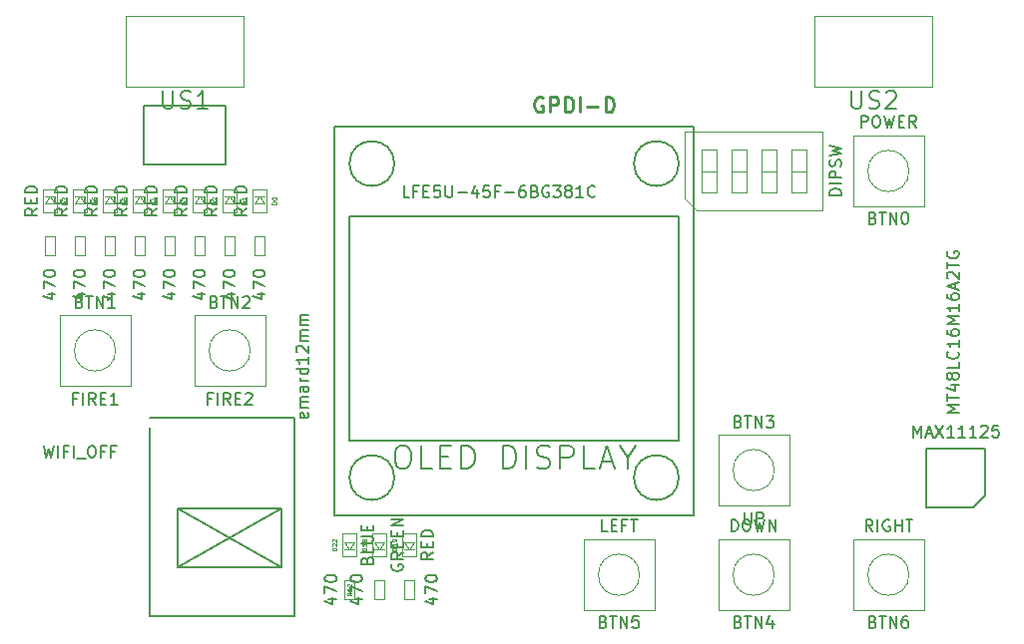
<source format=gbr>
G04 #@! TF.FileFunction,Other,Fab,Top*
%FSLAX46Y46*%
G04 Gerber Fmt 4.6, Leading zero omitted, Abs format (unit mm)*
G04 Created by KiCad (PCBNEW 4.0.7+dfsg1-1) date Sun Jan  7 12:00:11 2018*
%MOMM*%
%LPD*%
G01*
G04 APERTURE LIST*
%ADD10C,0.100000*%
%ADD11C,0.150000*%
%ADD12C,0.075000*%
%ADD13C,0.254000*%
G04 APERTURE END LIST*
D10*
X127990000Y-108880000D02*
X128790000Y-108880000D01*
X127990000Y-110480000D02*
X127990000Y-108880000D01*
X128790000Y-110480000D02*
X127990000Y-110480000D01*
X128790000Y-108880000D02*
X128790000Y-110480000D01*
X131330000Y-110480000D02*
X130530000Y-110480000D01*
X131330000Y-108880000D02*
X131330000Y-110480000D01*
X130530000Y-108880000D02*
X131330000Y-108880000D01*
X130530000Y-110480000D02*
X130530000Y-108880000D01*
X116880000Y-60925000D02*
X116880000Y-66925000D01*
X106880000Y-60925000D02*
X116880000Y-60925000D01*
X106880000Y-66925000D02*
X106880000Y-60925000D01*
X116880000Y-66925000D02*
X106880000Y-66925000D01*
X175300000Y-60925000D02*
X175300000Y-66925000D01*
X165300000Y-60925000D02*
X175300000Y-60925000D01*
X165300000Y-66925000D02*
X165300000Y-60925000D01*
X175300000Y-66925000D02*
X165300000Y-66925000D01*
X118630000Y-81270000D02*
X117830000Y-81270000D01*
X118630000Y-79670000D02*
X118630000Y-81270000D01*
X117830000Y-79670000D02*
X118630000Y-79670000D01*
X117830000Y-81270000D02*
X117830000Y-79670000D01*
X116090000Y-81270000D02*
X115290000Y-81270000D01*
X116090000Y-79670000D02*
X116090000Y-81270000D01*
X115290000Y-79670000D02*
X116090000Y-79670000D01*
X115290000Y-81270000D02*
X115290000Y-79670000D01*
X113550000Y-81270000D02*
X112750000Y-81270000D01*
X113550000Y-79670000D02*
X113550000Y-81270000D01*
X112750000Y-79670000D02*
X113550000Y-79670000D01*
X112750000Y-81270000D02*
X112750000Y-79670000D01*
X111010000Y-81270000D02*
X110210000Y-81270000D01*
X111010000Y-79670000D02*
X111010000Y-81270000D01*
X110210000Y-79670000D02*
X111010000Y-79670000D01*
X110210000Y-81270000D02*
X110210000Y-79670000D01*
X108470000Y-81270000D02*
X107670000Y-81270000D01*
X108470000Y-79670000D02*
X108470000Y-81270000D01*
X107670000Y-79670000D02*
X108470000Y-79670000D01*
X107670000Y-81270000D02*
X107670000Y-79670000D01*
X105930000Y-81270000D02*
X105130000Y-81270000D01*
X105930000Y-79670000D02*
X105930000Y-81270000D01*
X105130000Y-79670000D02*
X105930000Y-79670000D01*
X105130000Y-81270000D02*
X105130000Y-79670000D01*
X103390000Y-81270000D02*
X102590000Y-81270000D01*
X103390000Y-79670000D02*
X103390000Y-81270000D01*
X102590000Y-79670000D02*
X103390000Y-79670000D01*
X102590000Y-81270000D02*
X102590000Y-79670000D01*
X100850000Y-81270000D02*
X100050000Y-81270000D01*
X100850000Y-79670000D02*
X100850000Y-81270000D01*
X100050000Y-79670000D02*
X100850000Y-79670000D01*
X100050000Y-81270000D02*
X100050000Y-79670000D01*
D11*
X178785000Y-102655000D02*
X174785000Y-102655000D01*
X174785000Y-102655000D02*
X174785000Y-97655000D01*
X174785000Y-97655000D02*
X179785000Y-97655000D01*
X179785000Y-97655000D02*
X179785000Y-101655000D01*
X179785000Y-101655000D02*
X178785000Y-102655000D01*
X153790000Y-73485000D02*
G75*
G03X153790000Y-73485000I-1905000J0D01*
G01*
X129660000Y-73485000D02*
G75*
G03X129660000Y-73485000I-1905000J0D01*
G01*
X129660000Y-100155000D02*
G75*
G03X129660000Y-100155000I-1905000J0D01*
G01*
X153790000Y-100155000D02*
G75*
G03X153790000Y-100155000I-1905000J0D01*
G01*
X153790000Y-77930000D02*
X153790000Y-96980000D01*
X125850000Y-77930000D02*
X153790000Y-77930000D01*
X125850000Y-96980000D02*
X125850000Y-77930000D01*
X153790000Y-96980000D02*
X125850000Y-96980000D01*
X155060000Y-70310000D02*
X155060000Y-103330000D01*
X124580000Y-70310000D02*
X155060000Y-70310000D01*
X124580000Y-103330000D02*
X124580000Y-70310000D01*
X155060000Y-103330000D02*
X124580000Y-103330000D01*
D10*
X174570000Y-77120000D02*
X174570000Y-71120000D01*
X174570000Y-71120000D02*
X168570000Y-71120000D01*
X168570000Y-71120000D02*
X168570000Y-77120000D01*
X168570000Y-77120000D02*
X174570000Y-77120000D01*
X173320714Y-74120000D02*
G75*
G03X173320714Y-74120000I-1750714J0D01*
G01*
X101260000Y-86360000D02*
X101260000Y-92360000D01*
X101260000Y-92360000D02*
X107260000Y-92360000D01*
X107260000Y-92360000D02*
X107260000Y-86360000D01*
X107260000Y-86360000D02*
X101260000Y-86360000D01*
X106010714Y-89360000D02*
G75*
G03X106010714Y-89360000I-1750714J0D01*
G01*
X112690000Y-86360000D02*
X112690000Y-92360000D01*
X112690000Y-92360000D02*
X118690000Y-92360000D01*
X118690000Y-92360000D02*
X118690000Y-86360000D01*
X118690000Y-86360000D02*
X112690000Y-86360000D01*
X117440714Y-89360000D02*
G75*
G03X117440714Y-89360000I-1750714J0D01*
G01*
X157140000Y-96520000D02*
X157140000Y-102520000D01*
X157140000Y-102520000D02*
X163140000Y-102520000D01*
X163140000Y-102520000D02*
X163140000Y-96520000D01*
X163140000Y-96520000D02*
X157140000Y-96520000D01*
X161890714Y-99520000D02*
G75*
G03X161890714Y-99520000I-1750714J0D01*
G01*
X163140000Y-111410000D02*
X163140000Y-105410000D01*
X163140000Y-105410000D02*
X157140000Y-105410000D01*
X157140000Y-105410000D02*
X157140000Y-111410000D01*
X157140000Y-111410000D02*
X163140000Y-111410000D01*
X161890714Y-108410000D02*
G75*
G03X161890714Y-108410000I-1750714J0D01*
G01*
X151710000Y-111410000D02*
X151710000Y-105410000D01*
X151710000Y-105410000D02*
X145710000Y-105410000D01*
X145710000Y-105410000D02*
X145710000Y-111410000D01*
X145710000Y-111410000D02*
X151710000Y-111410000D01*
X150460714Y-108410000D02*
G75*
G03X150460714Y-108410000I-1750714J0D01*
G01*
X174570000Y-111410000D02*
X174570000Y-105410000D01*
X174570000Y-105410000D02*
X168570000Y-105410000D01*
X168570000Y-105410000D02*
X168570000Y-111410000D01*
X168570000Y-111410000D02*
X174570000Y-111410000D01*
X173320714Y-108410000D02*
G75*
G03X173320714Y-108410000I-1750714J0D01*
G01*
X154280000Y-76460000D02*
X154280000Y-70780000D01*
X154280000Y-70780000D02*
X166000000Y-70780000D01*
X166000000Y-70780000D02*
X166000000Y-77460000D01*
X166000000Y-77460000D02*
X155280000Y-77460000D01*
X155280000Y-77460000D02*
X154280000Y-76460000D01*
X155695000Y-75930000D02*
X156965000Y-75930000D01*
X156965000Y-75930000D02*
X156965000Y-72310000D01*
X156965000Y-72310000D02*
X155695000Y-72310000D01*
X155695000Y-72310000D02*
X155695000Y-75930000D01*
X155695000Y-74120000D02*
X156965000Y-74120000D01*
X158235000Y-75930000D02*
X159505000Y-75930000D01*
X159505000Y-75930000D02*
X159505000Y-72310000D01*
X159505000Y-72310000D02*
X158235000Y-72310000D01*
X158235000Y-72310000D02*
X158235000Y-75930000D01*
X158235000Y-74120000D02*
X159505000Y-74120000D01*
X160775000Y-75930000D02*
X162045000Y-75930000D01*
X162045000Y-75930000D02*
X162045000Y-72310000D01*
X162045000Y-72310000D02*
X160775000Y-72310000D01*
X160775000Y-72310000D02*
X160775000Y-75930000D01*
X160775000Y-74120000D02*
X162045000Y-74120000D01*
X163315000Y-75930000D02*
X164585000Y-75930000D01*
X164585000Y-75930000D02*
X164585000Y-72310000D01*
X164585000Y-72310000D02*
X163315000Y-72310000D01*
X163315000Y-72310000D02*
X163315000Y-75930000D01*
X163315000Y-74120000D02*
X164585000Y-74120000D01*
X125450000Y-106270000D02*
X126250000Y-106270000D01*
X125850000Y-106270000D02*
X125450000Y-105670000D01*
X126250000Y-105670000D02*
X125850000Y-106270000D01*
X125450000Y-105670000D02*
X126250000Y-105670000D01*
X126450000Y-104870000D02*
X126450000Y-106870000D01*
X125250000Y-104870000D02*
X126450000Y-104870000D01*
X125250000Y-106870000D02*
X125250000Y-104870000D01*
X126450000Y-106870000D02*
X125250000Y-106870000D01*
X125450000Y-108880000D02*
X126250000Y-108880000D01*
X125450000Y-110480000D02*
X125450000Y-108880000D01*
X126250000Y-110480000D02*
X125450000Y-110480000D01*
X126250000Y-108880000D02*
X126250000Y-110480000D01*
X127990000Y-106270000D02*
X128790000Y-106270000D01*
X128390000Y-106270000D02*
X127990000Y-105670000D01*
X128790000Y-105670000D02*
X128390000Y-106270000D01*
X127990000Y-105670000D02*
X128790000Y-105670000D01*
X128990000Y-104870000D02*
X128990000Y-106870000D01*
X127790000Y-104870000D02*
X128990000Y-104870000D01*
X127790000Y-106870000D02*
X127790000Y-104870000D01*
X128990000Y-106870000D02*
X127790000Y-106870000D01*
X118630000Y-76260000D02*
X117830000Y-76260000D01*
X118230000Y-76260000D02*
X118630000Y-76860000D01*
X117830000Y-76860000D02*
X118230000Y-76260000D01*
X118630000Y-76860000D02*
X117830000Y-76860000D01*
X117630000Y-77660000D02*
X117630000Y-75660000D01*
X118830000Y-77660000D02*
X117630000Y-77660000D01*
X118830000Y-75660000D02*
X118830000Y-77660000D01*
X117630000Y-75660000D02*
X118830000Y-75660000D01*
X116090000Y-76260000D02*
X115290000Y-76260000D01*
X115690000Y-76260000D02*
X116090000Y-76860000D01*
X115290000Y-76860000D02*
X115690000Y-76260000D01*
X116090000Y-76860000D02*
X115290000Y-76860000D01*
X115090000Y-77660000D02*
X115090000Y-75660000D01*
X116290000Y-77660000D02*
X115090000Y-77660000D01*
X116290000Y-75660000D02*
X116290000Y-77660000D01*
X115090000Y-75660000D02*
X116290000Y-75660000D01*
X113550000Y-76260000D02*
X112750000Y-76260000D01*
X113150000Y-76260000D02*
X113550000Y-76860000D01*
X112750000Y-76860000D02*
X113150000Y-76260000D01*
X113550000Y-76860000D02*
X112750000Y-76860000D01*
X112550000Y-77660000D02*
X112550000Y-75660000D01*
X113750000Y-77660000D02*
X112550000Y-77660000D01*
X113750000Y-75660000D02*
X113750000Y-77660000D01*
X112550000Y-75660000D02*
X113750000Y-75660000D01*
X111010000Y-76260000D02*
X110210000Y-76260000D01*
X110610000Y-76260000D02*
X111010000Y-76860000D01*
X110210000Y-76860000D02*
X110610000Y-76260000D01*
X111010000Y-76860000D02*
X110210000Y-76860000D01*
X110010000Y-77660000D02*
X110010000Y-75660000D01*
X111210000Y-77660000D02*
X110010000Y-77660000D01*
X111210000Y-75660000D02*
X111210000Y-77660000D01*
X110010000Y-75660000D02*
X111210000Y-75660000D01*
X108470000Y-76260000D02*
X107670000Y-76260000D01*
X108070000Y-76260000D02*
X108470000Y-76860000D01*
X107670000Y-76860000D02*
X108070000Y-76260000D01*
X108470000Y-76860000D02*
X107670000Y-76860000D01*
X107470000Y-77660000D02*
X107470000Y-75660000D01*
X108670000Y-77660000D02*
X107470000Y-77660000D01*
X108670000Y-75660000D02*
X108670000Y-77660000D01*
X107470000Y-75660000D02*
X108670000Y-75660000D01*
X105930000Y-76260000D02*
X105130000Y-76260000D01*
X105530000Y-76260000D02*
X105930000Y-76860000D01*
X105130000Y-76860000D02*
X105530000Y-76260000D01*
X105930000Y-76860000D02*
X105130000Y-76860000D01*
X104930000Y-77660000D02*
X104930000Y-75660000D01*
X106130000Y-77660000D02*
X104930000Y-77660000D01*
X106130000Y-75660000D02*
X106130000Y-77660000D01*
X104930000Y-75660000D02*
X106130000Y-75660000D01*
X103390000Y-76260000D02*
X102590000Y-76260000D01*
X102990000Y-76260000D02*
X103390000Y-76860000D01*
X102590000Y-76860000D02*
X102990000Y-76260000D01*
X103390000Y-76860000D02*
X102590000Y-76860000D01*
X102390000Y-77660000D02*
X102390000Y-75660000D01*
X103590000Y-77660000D02*
X102390000Y-77660000D01*
X103590000Y-75660000D02*
X103590000Y-77660000D01*
X102390000Y-75660000D02*
X103590000Y-75660000D01*
X100850000Y-76260000D02*
X100050000Y-76260000D01*
X100450000Y-76260000D02*
X100850000Y-76860000D01*
X100050000Y-76860000D02*
X100450000Y-76260000D01*
X100850000Y-76860000D02*
X100050000Y-76860000D01*
X99850000Y-77660000D02*
X99850000Y-75660000D01*
X101050000Y-77660000D02*
X99850000Y-77660000D01*
X101050000Y-75660000D02*
X101050000Y-77660000D01*
X99850000Y-75660000D02*
X101050000Y-75660000D01*
X130530000Y-106270000D02*
X131330000Y-106270000D01*
X130930000Y-106270000D02*
X130530000Y-105670000D01*
X131330000Y-105670000D02*
X130930000Y-106270000D01*
X130530000Y-105670000D02*
X131330000Y-105670000D01*
X131530000Y-104870000D02*
X131530000Y-106870000D01*
X130330000Y-104870000D02*
X131530000Y-104870000D01*
X130330000Y-106870000D02*
X130330000Y-104870000D01*
X131530000Y-106870000D02*
X130330000Y-106870000D01*
D11*
X120050000Y-102800000D02*
X111250000Y-107750000D01*
X120050000Y-107750000D02*
X111250000Y-102800000D01*
X120050000Y-102800000D02*
X120050000Y-107750000D01*
X111250000Y-102800000D02*
X111250000Y-107750000D01*
X111250000Y-107750000D02*
X120050000Y-107750000D01*
X120050000Y-102800000D02*
X111250000Y-102800000D01*
X121200000Y-95100000D02*
X108900000Y-95100000D01*
X121200000Y-111900000D02*
X121200000Y-95100000D01*
X108900000Y-111900000D02*
X121200000Y-111900000D01*
X108900000Y-95950000D02*
X108900000Y-111900000D01*
X115380000Y-68572000D02*
X115380000Y-73572000D01*
X108380000Y-68572000D02*
X115380000Y-68572000D01*
X108380000Y-73572000D02*
X108380000Y-68572000D01*
X115380000Y-73572000D02*
X108380000Y-73572000D01*
X99894762Y-97448381D02*
X100132857Y-98448381D01*
X100323334Y-97734095D01*
X100513810Y-98448381D01*
X100751905Y-97448381D01*
X101132857Y-98448381D02*
X101132857Y-97448381D01*
X101942381Y-97924571D02*
X101609047Y-97924571D01*
X101609047Y-98448381D02*
X101609047Y-97448381D01*
X102085238Y-97448381D01*
X102466190Y-98448381D02*
X102466190Y-97448381D01*
X102704285Y-98543619D02*
X103466190Y-98543619D01*
X103894761Y-97448381D02*
X104085238Y-97448381D01*
X104180476Y-97496000D01*
X104275714Y-97591238D01*
X104323333Y-97781714D01*
X104323333Y-98115048D01*
X104275714Y-98305524D01*
X104180476Y-98400762D01*
X104085238Y-98448381D01*
X103894761Y-98448381D01*
X103799523Y-98400762D01*
X103704285Y-98305524D01*
X103656666Y-98115048D01*
X103656666Y-97781714D01*
X103704285Y-97591238D01*
X103799523Y-97496000D01*
X103894761Y-97448381D01*
X105085238Y-97924571D02*
X104751904Y-97924571D01*
X104751904Y-98448381D02*
X104751904Y-97448381D01*
X105228095Y-97448381D01*
X105942381Y-97924571D02*
X105609047Y-97924571D01*
X105609047Y-98448381D02*
X105609047Y-97448381D01*
X106085238Y-97448381D01*
X126275714Y-110441904D02*
X126942381Y-110441904D01*
X125894762Y-110680000D02*
X126609048Y-110918095D01*
X126609048Y-110299047D01*
X125942381Y-110013333D02*
X125942381Y-109346666D01*
X126942381Y-109775238D01*
X125942381Y-108775238D02*
X125942381Y-108679999D01*
X125990000Y-108584761D01*
X126037619Y-108537142D01*
X126132857Y-108489523D01*
X126323333Y-108441904D01*
X126561429Y-108441904D01*
X126751905Y-108489523D01*
X126847143Y-108537142D01*
X126894762Y-108584761D01*
X126942381Y-108679999D01*
X126942381Y-108775238D01*
X126894762Y-108870476D01*
X126847143Y-108918095D01*
X126751905Y-108965714D01*
X126561429Y-109013333D01*
X126323333Y-109013333D01*
X126132857Y-108965714D01*
X126037619Y-108918095D01*
X125990000Y-108870476D01*
X125942381Y-108775238D01*
X132615714Y-110441904D02*
X133282381Y-110441904D01*
X132234762Y-110680000D02*
X132949048Y-110918095D01*
X132949048Y-110299047D01*
X132282381Y-110013333D02*
X132282381Y-109346666D01*
X133282381Y-109775238D01*
X132282381Y-108775238D02*
X132282381Y-108679999D01*
X132330000Y-108584761D01*
X132377619Y-108537142D01*
X132472857Y-108489523D01*
X132663333Y-108441904D01*
X132901429Y-108441904D01*
X133091905Y-108489523D01*
X133187143Y-108537142D01*
X133234762Y-108584761D01*
X133282381Y-108679999D01*
X133282381Y-108775238D01*
X133234762Y-108870476D01*
X133187143Y-108918095D01*
X133091905Y-108965714D01*
X132901429Y-109013333D01*
X132663333Y-109013333D01*
X132472857Y-108965714D01*
X132377619Y-108918095D01*
X132330000Y-108870476D01*
X132282381Y-108775238D01*
X110022858Y-67329571D02*
X110022858Y-68543857D01*
X110094286Y-68686714D01*
X110165715Y-68758143D01*
X110308572Y-68829571D01*
X110594286Y-68829571D01*
X110737144Y-68758143D01*
X110808572Y-68686714D01*
X110880001Y-68543857D01*
X110880001Y-67329571D01*
X111522858Y-68758143D02*
X111737144Y-68829571D01*
X112094287Y-68829571D01*
X112237144Y-68758143D01*
X112308573Y-68686714D01*
X112380001Y-68543857D01*
X112380001Y-68401000D01*
X112308573Y-68258143D01*
X112237144Y-68186714D01*
X112094287Y-68115286D01*
X111808573Y-68043857D01*
X111665715Y-67972429D01*
X111594287Y-67901000D01*
X111522858Y-67758143D01*
X111522858Y-67615286D01*
X111594287Y-67472429D01*
X111665715Y-67401000D01*
X111808573Y-67329571D01*
X112165715Y-67329571D01*
X112380001Y-67401000D01*
X113808572Y-68829571D02*
X112951429Y-68829571D01*
X113380001Y-68829571D02*
X113380001Y-67329571D01*
X113237144Y-67543857D01*
X113094286Y-67686714D01*
X112951429Y-67758143D01*
X168442858Y-67329571D02*
X168442858Y-68543857D01*
X168514286Y-68686714D01*
X168585715Y-68758143D01*
X168728572Y-68829571D01*
X169014286Y-68829571D01*
X169157144Y-68758143D01*
X169228572Y-68686714D01*
X169300001Y-68543857D01*
X169300001Y-67329571D01*
X169942858Y-68758143D02*
X170157144Y-68829571D01*
X170514287Y-68829571D01*
X170657144Y-68758143D01*
X170728573Y-68686714D01*
X170800001Y-68543857D01*
X170800001Y-68401000D01*
X170728573Y-68258143D01*
X170657144Y-68186714D01*
X170514287Y-68115286D01*
X170228573Y-68043857D01*
X170085715Y-67972429D01*
X170014287Y-67901000D01*
X169942858Y-67758143D01*
X169942858Y-67615286D01*
X170014287Y-67472429D01*
X170085715Y-67401000D01*
X170228573Y-67329571D01*
X170585715Y-67329571D01*
X170800001Y-67401000D01*
X171371429Y-67472429D02*
X171442858Y-67401000D01*
X171585715Y-67329571D01*
X171942858Y-67329571D01*
X172085715Y-67401000D01*
X172157144Y-67472429D01*
X172228572Y-67615286D01*
X172228572Y-67758143D01*
X172157144Y-67972429D01*
X171300001Y-68829571D01*
X172228572Y-68829571D01*
X118015714Y-84533904D02*
X118682381Y-84533904D01*
X117634762Y-84772000D02*
X118349048Y-85010095D01*
X118349048Y-84391047D01*
X117682381Y-84105333D02*
X117682381Y-83438666D01*
X118682381Y-83867238D01*
X117682381Y-82867238D02*
X117682381Y-82771999D01*
X117730000Y-82676761D01*
X117777619Y-82629142D01*
X117872857Y-82581523D01*
X118063333Y-82533904D01*
X118301429Y-82533904D01*
X118491905Y-82581523D01*
X118587143Y-82629142D01*
X118634762Y-82676761D01*
X118682381Y-82771999D01*
X118682381Y-82867238D01*
X118634762Y-82962476D01*
X118587143Y-83010095D01*
X118491905Y-83057714D01*
X118301429Y-83105333D01*
X118063333Y-83105333D01*
X117872857Y-83057714D01*
X117777619Y-83010095D01*
X117730000Y-82962476D01*
X117682381Y-82867238D01*
X115475714Y-84533904D02*
X116142381Y-84533904D01*
X115094762Y-84772000D02*
X115809048Y-85010095D01*
X115809048Y-84391047D01*
X115142381Y-84105333D02*
X115142381Y-83438666D01*
X116142381Y-83867238D01*
X115142381Y-82867238D02*
X115142381Y-82771999D01*
X115190000Y-82676761D01*
X115237619Y-82629142D01*
X115332857Y-82581523D01*
X115523333Y-82533904D01*
X115761429Y-82533904D01*
X115951905Y-82581523D01*
X116047143Y-82629142D01*
X116094762Y-82676761D01*
X116142381Y-82771999D01*
X116142381Y-82867238D01*
X116094762Y-82962476D01*
X116047143Y-83010095D01*
X115951905Y-83057714D01*
X115761429Y-83105333D01*
X115523333Y-83105333D01*
X115332857Y-83057714D01*
X115237619Y-83010095D01*
X115190000Y-82962476D01*
X115142381Y-82867238D01*
X112935714Y-84533904D02*
X113602381Y-84533904D01*
X112554762Y-84772000D02*
X113269048Y-85010095D01*
X113269048Y-84391047D01*
X112602381Y-84105333D02*
X112602381Y-83438666D01*
X113602381Y-83867238D01*
X112602381Y-82867238D02*
X112602381Y-82771999D01*
X112650000Y-82676761D01*
X112697619Y-82629142D01*
X112792857Y-82581523D01*
X112983333Y-82533904D01*
X113221429Y-82533904D01*
X113411905Y-82581523D01*
X113507143Y-82629142D01*
X113554762Y-82676761D01*
X113602381Y-82771999D01*
X113602381Y-82867238D01*
X113554762Y-82962476D01*
X113507143Y-83010095D01*
X113411905Y-83057714D01*
X113221429Y-83105333D01*
X112983333Y-83105333D01*
X112792857Y-83057714D01*
X112697619Y-83010095D01*
X112650000Y-82962476D01*
X112602381Y-82867238D01*
X110395714Y-84533904D02*
X111062381Y-84533904D01*
X110014762Y-84772000D02*
X110729048Y-85010095D01*
X110729048Y-84391047D01*
X110062381Y-84105333D02*
X110062381Y-83438666D01*
X111062381Y-83867238D01*
X110062381Y-82867238D02*
X110062381Y-82771999D01*
X110110000Y-82676761D01*
X110157619Y-82629142D01*
X110252857Y-82581523D01*
X110443333Y-82533904D01*
X110681429Y-82533904D01*
X110871905Y-82581523D01*
X110967143Y-82629142D01*
X111014762Y-82676761D01*
X111062381Y-82771999D01*
X111062381Y-82867238D01*
X111014762Y-82962476D01*
X110967143Y-83010095D01*
X110871905Y-83057714D01*
X110681429Y-83105333D01*
X110443333Y-83105333D01*
X110252857Y-83057714D01*
X110157619Y-83010095D01*
X110110000Y-82962476D01*
X110062381Y-82867238D01*
X107855714Y-84533904D02*
X108522381Y-84533904D01*
X107474762Y-84772000D02*
X108189048Y-85010095D01*
X108189048Y-84391047D01*
X107522381Y-84105333D02*
X107522381Y-83438666D01*
X108522381Y-83867238D01*
X107522381Y-82867238D02*
X107522381Y-82771999D01*
X107570000Y-82676761D01*
X107617619Y-82629142D01*
X107712857Y-82581523D01*
X107903333Y-82533904D01*
X108141429Y-82533904D01*
X108331905Y-82581523D01*
X108427143Y-82629142D01*
X108474762Y-82676761D01*
X108522381Y-82771999D01*
X108522381Y-82867238D01*
X108474762Y-82962476D01*
X108427143Y-83010095D01*
X108331905Y-83057714D01*
X108141429Y-83105333D01*
X107903333Y-83105333D01*
X107712857Y-83057714D01*
X107617619Y-83010095D01*
X107570000Y-82962476D01*
X107522381Y-82867238D01*
X105315714Y-84533904D02*
X105982381Y-84533904D01*
X104934762Y-84772000D02*
X105649048Y-85010095D01*
X105649048Y-84391047D01*
X104982381Y-84105333D02*
X104982381Y-83438666D01*
X105982381Y-83867238D01*
X104982381Y-82867238D02*
X104982381Y-82771999D01*
X105030000Y-82676761D01*
X105077619Y-82629142D01*
X105172857Y-82581523D01*
X105363333Y-82533904D01*
X105601429Y-82533904D01*
X105791905Y-82581523D01*
X105887143Y-82629142D01*
X105934762Y-82676761D01*
X105982381Y-82771999D01*
X105982381Y-82867238D01*
X105934762Y-82962476D01*
X105887143Y-83010095D01*
X105791905Y-83057714D01*
X105601429Y-83105333D01*
X105363333Y-83105333D01*
X105172857Y-83057714D01*
X105077619Y-83010095D01*
X105030000Y-82962476D01*
X104982381Y-82867238D01*
X102775714Y-84533904D02*
X103442381Y-84533904D01*
X102394762Y-84772000D02*
X103109048Y-85010095D01*
X103109048Y-84391047D01*
X102442381Y-84105333D02*
X102442381Y-83438666D01*
X103442381Y-83867238D01*
X102442381Y-82867238D02*
X102442381Y-82771999D01*
X102490000Y-82676761D01*
X102537619Y-82629142D01*
X102632857Y-82581523D01*
X102823333Y-82533904D01*
X103061429Y-82533904D01*
X103251905Y-82581523D01*
X103347143Y-82629142D01*
X103394762Y-82676761D01*
X103442381Y-82771999D01*
X103442381Y-82867238D01*
X103394762Y-82962476D01*
X103347143Y-83010095D01*
X103251905Y-83057714D01*
X103061429Y-83105333D01*
X102823333Y-83105333D01*
X102632857Y-83057714D01*
X102537619Y-83010095D01*
X102490000Y-82962476D01*
X102442381Y-82867238D01*
X100235714Y-84533904D02*
X100902381Y-84533904D01*
X99854762Y-84772000D02*
X100569048Y-85010095D01*
X100569048Y-84391047D01*
X99902381Y-84105333D02*
X99902381Y-83438666D01*
X100902381Y-83867238D01*
X99902381Y-82867238D02*
X99902381Y-82771999D01*
X99950000Y-82676761D01*
X99997619Y-82629142D01*
X100092857Y-82581523D01*
X100283333Y-82533904D01*
X100521429Y-82533904D01*
X100711905Y-82581523D01*
X100807143Y-82629142D01*
X100854762Y-82676761D01*
X100902381Y-82771999D01*
X100902381Y-82867238D01*
X100854762Y-82962476D01*
X100807143Y-83010095D01*
X100711905Y-83057714D01*
X100521429Y-83105333D01*
X100283333Y-83105333D01*
X100092857Y-83057714D01*
X99997619Y-83010095D01*
X99950000Y-82962476D01*
X99902381Y-82867238D01*
X173665952Y-96732381D02*
X173665952Y-95732381D01*
X173999286Y-96446667D01*
X174332619Y-95732381D01*
X174332619Y-96732381D01*
X174761190Y-96446667D02*
X175237381Y-96446667D01*
X174665952Y-96732381D02*
X174999285Y-95732381D01*
X175332619Y-96732381D01*
X175570714Y-95732381D02*
X176237381Y-96732381D01*
X176237381Y-95732381D02*
X175570714Y-96732381D01*
X177142143Y-96732381D02*
X176570714Y-96732381D01*
X176856428Y-96732381D02*
X176856428Y-95732381D01*
X176761190Y-95875238D01*
X176665952Y-95970476D01*
X176570714Y-96018095D01*
X178094524Y-96732381D02*
X177523095Y-96732381D01*
X177808809Y-96732381D02*
X177808809Y-95732381D01*
X177713571Y-95875238D01*
X177618333Y-95970476D01*
X177523095Y-96018095D01*
X179046905Y-96732381D02*
X178475476Y-96732381D01*
X178761190Y-96732381D02*
X178761190Y-95732381D01*
X178665952Y-95875238D01*
X178570714Y-95970476D01*
X178475476Y-96018095D01*
X179427857Y-95827619D02*
X179475476Y-95780000D01*
X179570714Y-95732381D01*
X179808810Y-95732381D01*
X179904048Y-95780000D01*
X179951667Y-95827619D01*
X179999286Y-95922857D01*
X179999286Y-96018095D01*
X179951667Y-96160952D01*
X179380238Y-96732381D01*
X179999286Y-96732381D01*
X180904048Y-95732381D02*
X180427857Y-95732381D01*
X180380238Y-96208571D01*
X180427857Y-96160952D01*
X180523095Y-96113333D01*
X180761191Y-96113333D01*
X180856429Y-96160952D01*
X180904048Y-96208571D01*
X180951667Y-96303810D01*
X180951667Y-96541905D01*
X180904048Y-96637143D01*
X180856429Y-96684762D01*
X180761191Y-96732381D01*
X180523095Y-96732381D01*
X180427857Y-96684762D01*
X180380238Y-96637143D01*
X130200952Y-97408762D02*
X130581904Y-97408762D01*
X130772380Y-97504000D01*
X130962857Y-97694476D01*
X131058095Y-98075429D01*
X131058095Y-98742095D01*
X130962857Y-99123048D01*
X130772380Y-99313524D01*
X130581904Y-99408762D01*
X130200952Y-99408762D01*
X130010476Y-99313524D01*
X129819999Y-99123048D01*
X129724761Y-98742095D01*
X129724761Y-98075429D01*
X129819999Y-97694476D01*
X130010476Y-97504000D01*
X130200952Y-97408762D01*
X132867618Y-99408762D02*
X131915237Y-99408762D01*
X131915237Y-97408762D01*
X133534285Y-98361143D02*
X134200952Y-98361143D01*
X134486666Y-99408762D02*
X133534285Y-99408762D01*
X133534285Y-97408762D01*
X134486666Y-97408762D01*
X135343809Y-99408762D02*
X135343809Y-97408762D01*
X135820000Y-97408762D01*
X136105714Y-97504000D01*
X136296190Y-97694476D01*
X136391429Y-97884952D01*
X136486667Y-98265905D01*
X136486667Y-98551619D01*
X136391429Y-98932571D01*
X136296190Y-99123048D01*
X136105714Y-99313524D01*
X135820000Y-99408762D01*
X135343809Y-99408762D01*
X138867619Y-99408762D02*
X138867619Y-97408762D01*
X139343810Y-97408762D01*
X139629524Y-97504000D01*
X139820000Y-97694476D01*
X139915239Y-97884952D01*
X140010477Y-98265905D01*
X140010477Y-98551619D01*
X139915239Y-98932571D01*
X139820000Y-99123048D01*
X139629524Y-99313524D01*
X139343810Y-99408762D01*
X138867619Y-99408762D01*
X140867619Y-99408762D02*
X140867619Y-97408762D01*
X141724762Y-99313524D02*
X142010477Y-99408762D01*
X142486667Y-99408762D01*
X142677143Y-99313524D01*
X142772381Y-99218286D01*
X142867620Y-99027810D01*
X142867620Y-98837333D01*
X142772381Y-98646857D01*
X142677143Y-98551619D01*
X142486667Y-98456381D01*
X142105715Y-98361143D01*
X141915239Y-98265905D01*
X141820000Y-98170667D01*
X141724762Y-97980190D01*
X141724762Y-97789714D01*
X141820000Y-97599238D01*
X141915239Y-97504000D01*
X142105715Y-97408762D01*
X142581905Y-97408762D01*
X142867620Y-97504000D01*
X143724762Y-99408762D02*
X143724762Y-97408762D01*
X144486667Y-97408762D01*
X144677143Y-97504000D01*
X144772382Y-97599238D01*
X144867620Y-97789714D01*
X144867620Y-98075429D01*
X144772382Y-98265905D01*
X144677143Y-98361143D01*
X144486667Y-98456381D01*
X143724762Y-98456381D01*
X146677143Y-99408762D02*
X145724762Y-99408762D01*
X145724762Y-97408762D01*
X147248572Y-98837333D02*
X148200953Y-98837333D01*
X147058096Y-99408762D02*
X147724763Y-97408762D01*
X148391430Y-99408762D01*
X149439049Y-98456381D02*
X149439049Y-99408762D01*
X148772382Y-97408762D02*
X149439049Y-98456381D01*
X150105716Y-97408762D01*
X169260476Y-70422381D02*
X169260476Y-69422381D01*
X169641429Y-69422381D01*
X169736667Y-69470000D01*
X169784286Y-69517619D01*
X169831905Y-69612857D01*
X169831905Y-69755714D01*
X169784286Y-69850952D01*
X169736667Y-69898571D01*
X169641429Y-69946190D01*
X169260476Y-69946190D01*
X170450952Y-69422381D02*
X170641429Y-69422381D01*
X170736667Y-69470000D01*
X170831905Y-69565238D01*
X170879524Y-69755714D01*
X170879524Y-70089048D01*
X170831905Y-70279524D01*
X170736667Y-70374762D01*
X170641429Y-70422381D01*
X170450952Y-70422381D01*
X170355714Y-70374762D01*
X170260476Y-70279524D01*
X170212857Y-70089048D01*
X170212857Y-69755714D01*
X170260476Y-69565238D01*
X170355714Y-69470000D01*
X170450952Y-69422381D01*
X171212857Y-69422381D02*
X171450952Y-70422381D01*
X171641429Y-69708095D01*
X171831905Y-70422381D01*
X172070000Y-69422381D01*
X172450952Y-69898571D02*
X172784286Y-69898571D01*
X172927143Y-70422381D02*
X172450952Y-70422381D01*
X172450952Y-69422381D01*
X172927143Y-69422381D01*
X173927143Y-70422381D02*
X173593809Y-69946190D01*
X173355714Y-70422381D02*
X173355714Y-69422381D01*
X173736667Y-69422381D01*
X173831905Y-69470000D01*
X173879524Y-69517619D01*
X173927143Y-69612857D01*
X173927143Y-69755714D01*
X173879524Y-69850952D01*
X173831905Y-69898571D01*
X173736667Y-69946190D01*
X173355714Y-69946190D01*
X170260477Y-78098571D02*
X170403334Y-78146190D01*
X170450953Y-78193810D01*
X170498572Y-78289048D01*
X170498572Y-78431905D01*
X170450953Y-78527143D01*
X170403334Y-78574762D01*
X170308096Y-78622381D01*
X169927143Y-78622381D01*
X169927143Y-77622381D01*
X170260477Y-77622381D01*
X170355715Y-77670000D01*
X170403334Y-77717619D01*
X170450953Y-77812857D01*
X170450953Y-77908095D01*
X170403334Y-78003333D01*
X170355715Y-78050952D01*
X170260477Y-78098571D01*
X169927143Y-78098571D01*
X170784286Y-77622381D02*
X171355715Y-77622381D01*
X171070000Y-78622381D02*
X171070000Y-77622381D01*
X171689048Y-78622381D02*
X171689048Y-77622381D01*
X172260477Y-78622381D01*
X172260477Y-77622381D01*
X172927143Y-77622381D02*
X173022382Y-77622381D01*
X173117620Y-77670000D01*
X173165239Y-77717619D01*
X173212858Y-77812857D01*
X173260477Y-78003333D01*
X173260477Y-78241429D01*
X173212858Y-78431905D01*
X173165239Y-78527143D01*
X173117620Y-78574762D01*
X173022382Y-78622381D01*
X172927143Y-78622381D01*
X172831905Y-78574762D01*
X172784286Y-78527143D01*
X172736667Y-78431905D01*
X172689048Y-78241429D01*
X172689048Y-78003333D01*
X172736667Y-77812857D01*
X172784286Y-77717619D01*
X172831905Y-77670000D01*
X172927143Y-77622381D01*
X102736191Y-93438571D02*
X102402857Y-93438571D01*
X102402857Y-93962381D02*
X102402857Y-92962381D01*
X102879048Y-92962381D01*
X103260000Y-93962381D02*
X103260000Y-92962381D01*
X104307619Y-93962381D02*
X103974285Y-93486190D01*
X103736190Y-93962381D02*
X103736190Y-92962381D01*
X104117143Y-92962381D01*
X104212381Y-93010000D01*
X104260000Y-93057619D01*
X104307619Y-93152857D01*
X104307619Y-93295714D01*
X104260000Y-93390952D01*
X104212381Y-93438571D01*
X104117143Y-93486190D01*
X103736190Y-93486190D01*
X104736190Y-93438571D02*
X105069524Y-93438571D01*
X105212381Y-93962381D02*
X104736190Y-93962381D01*
X104736190Y-92962381D01*
X105212381Y-92962381D01*
X106164762Y-93962381D02*
X105593333Y-93962381D01*
X105879047Y-93962381D02*
X105879047Y-92962381D01*
X105783809Y-93105238D01*
X105688571Y-93200476D01*
X105593333Y-93248095D01*
X102950477Y-85238571D02*
X103093334Y-85286190D01*
X103140953Y-85333810D01*
X103188572Y-85429048D01*
X103188572Y-85571905D01*
X103140953Y-85667143D01*
X103093334Y-85714762D01*
X102998096Y-85762381D01*
X102617143Y-85762381D01*
X102617143Y-84762381D01*
X102950477Y-84762381D01*
X103045715Y-84810000D01*
X103093334Y-84857619D01*
X103140953Y-84952857D01*
X103140953Y-85048095D01*
X103093334Y-85143333D01*
X103045715Y-85190952D01*
X102950477Y-85238571D01*
X102617143Y-85238571D01*
X103474286Y-84762381D02*
X104045715Y-84762381D01*
X103760000Y-85762381D02*
X103760000Y-84762381D01*
X104379048Y-85762381D02*
X104379048Y-84762381D01*
X104950477Y-85762381D01*
X104950477Y-84762381D01*
X105950477Y-85762381D02*
X105379048Y-85762381D01*
X105664762Y-85762381D02*
X105664762Y-84762381D01*
X105569524Y-84905238D01*
X105474286Y-85000476D01*
X105379048Y-85048095D01*
X114166191Y-93438571D02*
X113832857Y-93438571D01*
X113832857Y-93962381D02*
X113832857Y-92962381D01*
X114309048Y-92962381D01*
X114690000Y-93962381D02*
X114690000Y-92962381D01*
X115737619Y-93962381D02*
X115404285Y-93486190D01*
X115166190Y-93962381D02*
X115166190Y-92962381D01*
X115547143Y-92962381D01*
X115642381Y-93010000D01*
X115690000Y-93057619D01*
X115737619Y-93152857D01*
X115737619Y-93295714D01*
X115690000Y-93390952D01*
X115642381Y-93438571D01*
X115547143Y-93486190D01*
X115166190Y-93486190D01*
X116166190Y-93438571D02*
X116499524Y-93438571D01*
X116642381Y-93962381D02*
X116166190Y-93962381D01*
X116166190Y-92962381D01*
X116642381Y-92962381D01*
X117023333Y-93057619D02*
X117070952Y-93010000D01*
X117166190Y-92962381D01*
X117404286Y-92962381D01*
X117499524Y-93010000D01*
X117547143Y-93057619D01*
X117594762Y-93152857D01*
X117594762Y-93248095D01*
X117547143Y-93390952D01*
X116975714Y-93962381D01*
X117594762Y-93962381D01*
X114380477Y-85238571D02*
X114523334Y-85286190D01*
X114570953Y-85333810D01*
X114618572Y-85429048D01*
X114618572Y-85571905D01*
X114570953Y-85667143D01*
X114523334Y-85714762D01*
X114428096Y-85762381D01*
X114047143Y-85762381D01*
X114047143Y-84762381D01*
X114380477Y-84762381D01*
X114475715Y-84810000D01*
X114523334Y-84857619D01*
X114570953Y-84952857D01*
X114570953Y-85048095D01*
X114523334Y-85143333D01*
X114475715Y-85190952D01*
X114380477Y-85238571D01*
X114047143Y-85238571D01*
X114904286Y-84762381D02*
X115475715Y-84762381D01*
X115190000Y-85762381D02*
X115190000Y-84762381D01*
X115809048Y-85762381D02*
X115809048Y-84762381D01*
X116380477Y-85762381D01*
X116380477Y-84762381D01*
X116809048Y-84857619D02*
X116856667Y-84810000D01*
X116951905Y-84762381D01*
X117190001Y-84762381D01*
X117285239Y-84810000D01*
X117332858Y-84857619D01*
X117380477Y-84952857D01*
X117380477Y-85048095D01*
X117332858Y-85190952D01*
X116761429Y-85762381D01*
X117380477Y-85762381D01*
X159354286Y-103122381D02*
X159354286Y-103931905D01*
X159401905Y-104027143D01*
X159449524Y-104074762D01*
X159544762Y-104122381D01*
X159735239Y-104122381D01*
X159830477Y-104074762D01*
X159878096Y-104027143D01*
X159925715Y-103931905D01*
X159925715Y-103122381D01*
X160401905Y-104122381D02*
X160401905Y-103122381D01*
X160782858Y-103122381D01*
X160878096Y-103170000D01*
X160925715Y-103217619D01*
X160973334Y-103312857D01*
X160973334Y-103455714D01*
X160925715Y-103550952D01*
X160878096Y-103598571D01*
X160782858Y-103646190D01*
X160401905Y-103646190D01*
X158830477Y-95398571D02*
X158973334Y-95446190D01*
X159020953Y-95493810D01*
X159068572Y-95589048D01*
X159068572Y-95731905D01*
X159020953Y-95827143D01*
X158973334Y-95874762D01*
X158878096Y-95922381D01*
X158497143Y-95922381D01*
X158497143Y-94922381D01*
X158830477Y-94922381D01*
X158925715Y-94970000D01*
X158973334Y-95017619D01*
X159020953Y-95112857D01*
X159020953Y-95208095D01*
X158973334Y-95303333D01*
X158925715Y-95350952D01*
X158830477Y-95398571D01*
X158497143Y-95398571D01*
X159354286Y-94922381D02*
X159925715Y-94922381D01*
X159640000Y-95922381D02*
X159640000Y-94922381D01*
X160259048Y-95922381D02*
X160259048Y-94922381D01*
X160830477Y-95922381D01*
X160830477Y-94922381D01*
X161211429Y-94922381D02*
X161830477Y-94922381D01*
X161497143Y-95303333D01*
X161640001Y-95303333D01*
X161735239Y-95350952D01*
X161782858Y-95398571D01*
X161830477Y-95493810D01*
X161830477Y-95731905D01*
X161782858Y-95827143D01*
X161735239Y-95874762D01*
X161640001Y-95922381D01*
X161354286Y-95922381D01*
X161259048Y-95874762D01*
X161211429Y-95827143D01*
X158259048Y-104712381D02*
X158259048Y-103712381D01*
X158497143Y-103712381D01*
X158640001Y-103760000D01*
X158735239Y-103855238D01*
X158782858Y-103950476D01*
X158830477Y-104140952D01*
X158830477Y-104283810D01*
X158782858Y-104474286D01*
X158735239Y-104569524D01*
X158640001Y-104664762D01*
X158497143Y-104712381D01*
X158259048Y-104712381D01*
X159449524Y-103712381D02*
X159640001Y-103712381D01*
X159735239Y-103760000D01*
X159830477Y-103855238D01*
X159878096Y-104045714D01*
X159878096Y-104379048D01*
X159830477Y-104569524D01*
X159735239Y-104664762D01*
X159640001Y-104712381D01*
X159449524Y-104712381D01*
X159354286Y-104664762D01*
X159259048Y-104569524D01*
X159211429Y-104379048D01*
X159211429Y-104045714D01*
X159259048Y-103855238D01*
X159354286Y-103760000D01*
X159449524Y-103712381D01*
X160211429Y-103712381D02*
X160449524Y-104712381D01*
X160640001Y-103998095D01*
X160830477Y-104712381D01*
X161068572Y-103712381D01*
X161449524Y-104712381D02*
X161449524Y-103712381D01*
X162020953Y-104712381D01*
X162020953Y-103712381D01*
X158830477Y-112388571D02*
X158973334Y-112436190D01*
X159020953Y-112483810D01*
X159068572Y-112579048D01*
X159068572Y-112721905D01*
X159020953Y-112817143D01*
X158973334Y-112864762D01*
X158878096Y-112912381D01*
X158497143Y-112912381D01*
X158497143Y-111912381D01*
X158830477Y-111912381D01*
X158925715Y-111960000D01*
X158973334Y-112007619D01*
X159020953Y-112102857D01*
X159020953Y-112198095D01*
X158973334Y-112293333D01*
X158925715Y-112340952D01*
X158830477Y-112388571D01*
X158497143Y-112388571D01*
X159354286Y-111912381D02*
X159925715Y-111912381D01*
X159640000Y-112912381D02*
X159640000Y-111912381D01*
X160259048Y-112912381D02*
X160259048Y-111912381D01*
X160830477Y-112912381D01*
X160830477Y-111912381D01*
X161735239Y-112245714D02*
X161735239Y-112912381D01*
X161497143Y-111864762D02*
X161259048Y-112579048D01*
X161878096Y-112579048D01*
X147757619Y-104712381D02*
X147281428Y-104712381D01*
X147281428Y-103712381D01*
X148090952Y-104188571D02*
X148424286Y-104188571D01*
X148567143Y-104712381D02*
X148090952Y-104712381D01*
X148090952Y-103712381D01*
X148567143Y-103712381D01*
X149329048Y-104188571D02*
X148995714Y-104188571D01*
X148995714Y-104712381D02*
X148995714Y-103712381D01*
X149471905Y-103712381D01*
X149710000Y-103712381D02*
X150281429Y-103712381D01*
X149995714Y-104712381D02*
X149995714Y-103712381D01*
X147400477Y-112388571D02*
X147543334Y-112436190D01*
X147590953Y-112483810D01*
X147638572Y-112579048D01*
X147638572Y-112721905D01*
X147590953Y-112817143D01*
X147543334Y-112864762D01*
X147448096Y-112912381D01*
X147067143Y-112912381D01*
X147067143Y-111912381D01*
X147400477Y-111912381D01*
X147495715Y-111960000D01*
X147543334Y-112007619D01*
X147590953Y-112102857D01*
X147590953Y-112198095D01*
X147543334Y-112293333D01*
X147495715Y-112340952D01*
X147400477Y-112388571D01*
X147067143Y-112388571D01*
X147924286Y-111912381D02*
X148495715Y-111912381D01*
X148210000Y-112912381D02*
X148210000Y-111912381D01*
X148829048Y-112912381D02*
X148829048Y-111912381D01*
X149400477Y-112912381D01*
X149400477Y-111912381D01*
X150352858Y-111912381D02*
X149876667Y-111912381D01*
X149829048Y-112388571D01*
X149876667Y-112340952D01*
X149971905Y-112293333D01*
X150210001Y-112293333D01*
X150305239Y-112340952D01*
X150352858Y-112388571D01*
X150400477Y-112483810D01*
X150400477Y-112721905D01*
X150352858Y-112817143D01*
X150305239Y-112864762D01*
X150210001Y-112912381D01*
X149971905Y-112912381D01*
X149876667Y-112864762D01*
X149829048Y-112817143D01*
X170236667Y-104712381D02*
X169903333Y-104236190D01*
X169665238Y-104712381D02*
X169665238Y-103712381D01*
X170046191Y-103712381D01*
X170141429Y-103760000D01*
X170189048Y-103807619D01*
X170236667Y-103902857D01*
X170236667Y-104045714D01*
X170189048Y-104140952D01*
X170141429Y-104188571D01*
X170046191Y-104236190D01*
X169665238Y-104236190D01*
X170665238Y-104712381D02*
X170665238Y-103712381D01*
X171665238Y-103760000D02*
X171570000Y-103712381D01*
X171427143Y-103712381D01*
X171284285Y-103760000D01*
X171189047Y-103855238D01*
X171141428Y-103950476D01*
X171093809Y-104140952D01*
X171093809Y-104283810D01*
X171141428Y-104474286D01*
X171189047Y-104569524D01*
X171284285Y-104664762D01*
X171427143Y-104712381D01*
X171522381Y-104712381D01*
X171665238Y-104664762D01*
X171712857Y-104617143D01*
X171712857Y-104283810D01*
X171522381Y-104283810D01*
X172141428Y-104712381D02*
X172141428Y-103712381D01*
X172141428Y-104188571D02*
X172712857Y-104188571D01*
X172712857Y-104712381D02*
X172712857Y-103712381D01*
X173046190Y-103712381D02*
X173617619Y-103712381D01*
X173331904Y-104712381D02*
X173331904Y-103712381D01*
X170260477Y-112388571D02*
X170403334Y-112436190D01*
X170450953Y-112483810D01*
X170498572Y-112579048D01*
X170498572Y-112721905D01*
X170450953Y-112817143D01*
X170403334Y-112864762D01*
X170308096Y-112912381D01*
X169927143Y-112912381D01*
X169927143Y-111912381D01*
X170260477Y-111912381D01*
X170355715Y-111960000D01*
X170403334Y-112007619D01*
X170450953Y-112102857D01*
X170450953Y-112198095D01*
X170403334Y-112293333D01*
X170355715Y-112340952D01*
X170260477Y-112388571D01*
X169927143Y-112388571D01*
X170784286Y-111912381D02*
X171355715Y-111912381D01*
X171070000Y-112912381D02*
X171070000Y-111912381D01*
X171689048Y-112912381D02*
X171689048Y-111912381D01*
X172260477Y-112912381D01*
X172260477Y-111912381D01*
X173165239Y-111912381D02*
X172974762Y-111912381D01*
X172879524Y-111960000D01*
X172831905Y-112007619D01*
X172736667Y-112150476D01*
X172689048Y-112340952D01*
X172689048Y-112721905D01*
X172736667Y-112817143D01*
X172784286Y-112864762D01*
X172879524Y-112912381D01*
X173070001Y-112912381D01*
X173165239Y-112864762D01*
X173212858Y-112817143D01*
X173260477Y-112721905D01*
X173260477Y-112483810D01*
X173212858Y-112388571D01*
X173165239Y-112340952D01*
X173070001Y-112293333D01*
X172879524Y-112293333D01*
X172784286Y-112340952D01*
X172736667Y-112388571D01*
X172689048Y-112483810D01*
X167572381Y-76167619D02*
X166572381Y-76167619D01*
X166572381Y-75929524D01*
X166620000Y-75786666D01*
X166715238Y-75691428D01*
X166810476Y-75643809D01*
X167000952Y-75596190D01*
X167143810Y-75596190D01*
X167334286Y-75643809D01*
X167429524Y-75691428D01*
X167524762Y-75786666D01*
X167572381Y-75929524D01*
X167572381Y-76167619D01*
X167572381Y-75167619D02*
X166572381Y-75167619D01*
X167572381Y-74691429D02*
X166572381Y-74691429D01*
X166572381Y-74310476D01*
X166620000Y-74215238D01*
X166667619Y-74167619D01*
X166762857Y-74120000D01*
X166905714Y-74120000D01*
X167000952Y-74167619D01*
X167048571Y-74215238D01*
X167096190Y-74310476D01*
X167096190Y-74691429D01*
X167524762Y-73739048D02*
X167572381Y-73596191D01*
X167572381Y-73358095D01*
X167524762Y-73262857D01*
X167477143Y-73215238D01*
X167381905Y-73167619D01*
X167286667Y-73167619D01*
X167191429Y-73215238D01*
X167143810Y-73262857D01*
X167096190Y-73358095D01*
X167048571Y-73548572D01*
X167000952Y-73643810D01*
X166953333Y-73691429D01*
X166858095Y-73739048D01*
X166762857Y-73739048D01*
X166667619Y-73691429D01*
X166620000Y-73643810D01*
X166572381Y-73548572D01*
X166572381Y-73310476D01*
X166620000Y-73167619D01*
X166572381Y-72834286D02*
X167572381Y-72596191D01*
X166858095Y-72405714D01*
X167572381Y-72215238D01*
X166572381Y-71977143D01*
X130954762Y-76350381D02*
X130478571Y-76350381D01*
X130478571Y-75350381D01*
X131621429Y-75826571D02*
X131288095Y-75826571D01*
X131288095Y-76350381D02*
X131288095Y-75350381D01*
X131764286Y-75350381D01*
X132145238Y-75826571D02*
X132478572Y-75826571D01*
X132621429Y-76350381D02*
X132145238Y-76350381D01*
X132145238Y-75350381D01*
X132621429Y-75350381D01*
X133526191Y-75350381D02*
X133050000Y-75350381D01*
X133002381Y-75826571D01*
X133050000Y-75778952D01*
X133145238Y-75731333D01*
X133383334Y-75731333D01*
X133478572Y-75778952D01*
X133526191Y-75826571D01*
X133573810Y-75921810D01*
X133573810Y-76159905D01*
X133526191Y-76255143D01*
X133478572Y-76302762D01*
X133383334Y-76350381D01*
X133145238Y-76350381D01*
X133050000Y-76302762D01*
X133002381Y-76255143D01*
X134002381Y-75350381D02*
X134002381Y-76159905D01*
X134050000Y-76255143D01*
X134097619Y-76302762D01*
X134192857Y-76350381D01*
X134383334Y-76350381D01*
X134478572Y-76302762D01*
X134526191Y-76255143D01*
X134573810Y-76159905D01*
X134573810Y-75350381D01*
X135050000Y-75969429D02*
X135811905Y-75969429D01*
X136716667Y-75683714D02*
X136716667Y-76350381D01*
X136478571Y-75302762D02*
X136240476Y-76017048D01*
X136859524Y-76017048D01*
X137716667Y-75350381D02*
X137240476Y-75350381D01*
X137192857Y-75826571D01*
X137240476Y-75778952D01*
X137335714Y-75731333D01*
X137573810Y-75731333D01*
X137669048Y-75778952D01*
X137716667Y-75826571D01*
X137764286Y-75921810D01*
X137764286Y-76159905D01*
X137716667Y-76255143D01*
X137669048Y-76302762D01*
X137573810Y-76350381D01*
X137335714Y-76350381D01*
X137240476Y-76302762D01*
X137192857Y-76255143D01*
X138526191Y-75826571D02*
X138192857Y-75826571D01*
X138192857Y-76350381D02*
X138192857Y-75350381D01*
X138669048Y-75350381D01*
X139050000Y-75969429D02*
X139811905Y-75969429D01*
X140716667Y-75350381D02*
X140526190Y-75350381D01*
X140430952Y-75398000D01*
X140383333Y-75445619D01*
X140288095Y-75588476D01*
X140240476Y-75778952D01*
X140240476Y-76159905D01*
X140288095Y-76255143D01*
X140335714Y-76302762D01*
X140430952Y-76350381D01*
X140621429Y-76350381D01*
X140716667Y-76302762D01*
X140764286Y-76255143D01*
X140811905Y-76159905D01*
X140811905Y-75921810D01*
X140764286Y-75826571D01*
X140716667Y-75778952D01*
X140621429Y-75731333D01*
X140430952Y-75731333D01*
X140335714Y-75778952D01*
X140288095Y-75826571D01*
X140240476Y-75921810D01*
X141573810Y-75826571D02*
X141716667Y-75874190D01*
X141764286Y-75921810D01*
X141811905Y-76017048D01*
X141811905Y-76159905D01*
X141764286Y-76255143D01*
X141716667Y-76302762D01*
X141621429Y-76350381D01*
X141240476Y-76350381D01*
X141240476Y-75350381D01*
X141573810Y-75350381D01*
X141669048Y-75398000D01*
X141716667Y-75445619D01*
X141764286Y-75540857D01*
X141764286Y-75636095D01*
X141716667Y-75731333D01*
X141669048Y-75778952D01*
X141573810Y-75826571D01*
X141240476Y-75826571D01*
X142764286Y-75398000D02*
X142669048Y-75350381D01*
X142526191Y-75350381D01*
X142383333Y-75398000D01*
X142288095Y-75493238D01*
X142240476Y-75588476D01*
X142192857Y-75778952D01*
X142192857Y-75921810D01*
X142240476Y-76112286D01*
X142288095Y-76207524D01*
X142383333Y-76302762D01*
X142526191Y-76350381D01*
X142621429Y-76350381D01*
X142764286Y-76302762D01*
X142811905Y-76255143D01*
X142811905Y-75921810D01*
X142621429Y-75921810D01*
X143145238Y-75350381D02*
X143764286Y-75350381D01*
X143430952Y-75731333D01*
X143573810Y-75731333D01*
X143669048Y-75778952D01*
X143716667Y-75826571D01*
X143764286Y-75921810D01*
X143764286Y-76159905D01*
X143716667Y-76255143D01*
X143669048Y-76302762D01*
X143573810Y-76350381D01*
X143288095Y-76350381D01*
X143192857Y-76302762D01*
X143145238Y-76255143D01*
X144335714Y-75778952D02*
X144240476Y-75731333D01*
X144192857Y-75683714D01*
X144145238Y-75588476D01*
X144145238Y-75540857D01*
X144192857Y-75445619D01*
X144240476Y-75398000D01*
X144335714Y-75350381D01*
X144526191Y-75350381D01*
X144621429Y-75398000D01*
X144669048Y-75445619D01*
X144716667Y-75540857D01*
X144716667Y-75588476D01*
X144669048Y-75683714D01*
X144621429Y-75731333D01*
X144526191Y-75778952D01*
X144335714Y-75778952D01*
X144240476Y-75826571D01*
X144192857Y-75874190D01*
X144145238Y-75969429D01*
X144145238Y-76159905D01*
X144192857Y-76255143D01*
X144240476Y-76302762D01*
X144335714Y-76350381D01*
X144526191Y-76350381D01*
X144621429Y-76302762D01*
X144669048Y-76255143D01*
X144716667Y-76159905D01*
X144716667Y-75969429D01*
X144669048Y-75874190D01*
X144621429Y-75826571D01*
X144526191Y-75778952D01*
X145669048Y-76350381D02*
X145097619Y-76350381D01*
X145383333Y-76350381D02*
X145383333Y-75350381D01*
X145288095Y-75493238D01*
X145192857Y-75588476D01*
X145097619Y-75636095D01*
X146669048Y-76255143D02*
X146621429Y-76302762D01*
X146478572Y-76350381D01*
X146383334Y-76350381D01*
X146240476Y-76302762D01*
X146145238Y-76207524D01*
X146097619Y-76112286D01*
X146050000Y-75921810D01*
X146050000Y-75778952D01*
X146097619Y-75588476D01*
X146145238Y-75493238D01*
X146240476Y-75398000D01*
X146383334Y-75350381D01*
X146478572Y-75350381D01*
X146621429Y-75398000D01*
X146669048Y-75445619D01*
X122292762Y-94660190D02*
X122340381Y-94755428D01*
X122340381Y-94945905D01*
X122292762Y-95041143D01*
X122197524Y-95088762D01*
X121816571Y-95088762D01*
X121721333Y-95041143D01*
X121673714Y-94945905D01*
X121673714Y-94755428D01*
X121721333Y-94660190D01*
X121816571Y-94612571D01*
X121911810Y-94612571D01*
X122007048Y-95088762D01*
X122340381Y-94184000D02*
X121673714Y-94184000D01*
X121768952Y-94184000D02*
X121721333Y-94136381D01*
X121673714Y-94041143D01*
X121673714Y-93898285D01*
X121721333Y-93803047D01*
X121816571Y-93755428D01*
X122340381Y-93755428D01*
X121816571Y-93755428D02*
X121721333Y-93707809D01*
X121673714Y-93612571D01*
X121673714Y-93469714D01*
X121721333Y-93374476D01*
X121816571Y-93326857D01*
X122340381Y-93326857D01*
X122340381Y-92422095D02*
X121816571Y-92422095D01*
X121721333Y-92469714D01*
X121673714Y-92564952D01*
X121673714Y-92755429D01*
X121721333Y-92850667D01*
X122292762Y-92422095D02*
X122340381Y-92517333D01*
X122340381Y-92755429D01*
X122292762Y-92850667D01*
X122197524Y-92898286D01*
X122102286Y-92898286D01*
X122007048Y-92850667D01*
X121959429Y-92755429D01*
X121959429Y-92517333D01*
X121911810Y-92422095D01*
X122340381Y-91945905D02*
X121673714Y-91945905D01*
X121864190Y-91945905D02*
X121768952Y-91898286D01*
X121721333Y-91850667D01*
X121673714Y-91755429D01*
X121673714Y-91660190D01*
X122340381Y-90898285D02*
X121340381Y-90898285D01*
X122292762Y-90898285D02*
X122340381Y-90993523D01*
X122340381Y-91184000D01*
X122292762Y-91279238D01*
X122245143Y-91326857D01*
X122149905Y-91374476D01*
X121864190Y-91374476D01*
X121768952Y-91326857D01*
X121721333Y-91279238D01*
X121673714Y-91184000D01*
X121673714Y-90993523D01*
X121721333Y-90898285D01*
X122340381Y-89898285D02*
X122340381Y-90469714D01*
X122340381Y-90184000D02*
X121340381Y-90184000D01*
X121483238Y-90279238D01*
X121578476Y-90374476D01*
X121626095Y-90469714D01*
X121435619Y-89517333D02*
X121388000Y-89469714D01*
X121340381Y-89374476D01*
X121340381Y-89136380D01*
X121388000Y-89041142D01*
X121435619Y-88993523D01*
X121530857Y-88945904D01*
X121626095Y-88945904D01*
X121768952Y-88993523D01*
X122340381Y-89564952D01*
X122340381Y-88945904D01*
X122340381Y-88517333D02*
X121673714Y-88517333D01*
X121768952Y-88517333D02*
X121721333Y-88469714D01*
X121673714Y-88374476D01*
X121673714Y-88231618D01*
X121721333Y-88136380D01*
X121816571Y-88088761D01*
X122340381Y-88088761D01*
X121816571Y-88088761D02*
X121721333Y-88041142D01*
X121673714Y-87945904D01*
X121673714Y-87803047D01*
X121721333Y-87707809D01*
X121816571Y-87660190D01*
X122340381Y-87660190D01*
X122340381Y-87184000D02*
X121673714Y-87184000D01*
X121768952Y-87184000D02*
X121721333Y-87136381D01*
X121673714Y-87041143D01*
X121673714Y-86898285D01*
X121721333Y-86803047D01*
X121816571Y-86755428D01*
X122340381Y-86755428D01*
X121816571Y-86755428D02*
X121721333Y-86707809D01*
X121673714Y-86612571D01*
X121673714Y-86469714D01*
X121721333Y-86374476D01*
X121816571Y-86326857D01*
X122340381Y-86326857D01*
X127328571Y-107179523D02*
X127376190Y-107036666D01*
X127423810Y-106989047D01*
X127519048Y-106941428D01*
X127661905Y-106941428D01*
X127757143Y-106989047D01*
X127804762Y-107036666D01*
X127852381Y-107131904D01*
X127852381Y-107512857D01*
X126852381Y-107512857D01*
X126852381Y-107179523D01*
X126900000Y-107084285D01*
X126947619Y-107036666D01*
X127042857Y-106989047D01*
X127138095Y-106989047D01*
X127233333Y-107036666D01*
X127280952Y-107084285D01*
X127328571Y-107179523D01*
X127328571Y-107512857D01*
X127852381Y-106036666D02*
X127852381Y-106512857D01*
X126852381Y-106512857D01*
X126852381Y-105703333D02*
X127661905Y-105703333D01*
X127757143Y-105655714D01*
X127804762Y-105608095D01*
X127852381Y-105512857D01*
X127852381Y-105322380D01*
X127804762Y-105227142D01*
X127757143Y-105179523D01*
X127661905Y-105131904D01*
X126852381Y-105131904D01*
X127328571Y-104655714D02*
X127328571Y-104322380D01*
X127852381Y-104179523D02*
X127852381Y-104655714D01*
X126852381Y-104655714D01*
X126852381Y-104179523D01*
D10*
X124780952Y-106355714D02*
X124380952Y-106355714D01*
X124380952Y-106260476D01*
X124400000Y-106203333D01*
X124438095Y-106165238D01*
X124476190Y-106146190D01*
X124552381Y-106127142D01*
X124609524Y-106127142D01*
X124685714Y-106146190D01*
X124723810Y-106165238D01*
X124761905Y-106203333D01*
X124780952Y-106260476D01*
X124780952Y-106355714D01*
X124419048Y-105974762D02*
X124400000Y-105955714D01*
X124380952Y-105917619D01*
X124380952Y-105822381D01*
X124400000Y-105784285D01*
X124419048Y-105765238D01*
X124457143Y-105746190D01*
X124495238Y-105746190D01*
X124552381Y-105765238D01*
X124780952Y-105993809D01*
X124780952Y-105746190D01*
X124419048Y-105593810D02*
X124400000Y-105574762D01*
X124380952Y-105536667D01*
X124380952Y-105441429D01*
X124400000Y-105403333D01*
X124419048Y-105384286D01*
X124457143Y-105365238D01*
X124495238Y-105365238D01*
X124552381Y-105384286D01*
X124780952Y-105612857D01*
X124780952Y-105365238D01*
D11*
X124085714Y-110441904D02*
X124752381Y-110441904D01*
X123704762Y-110680000D02*
X124419048Y-110918095D01*
X124419048Y-110299047D01*
X123752381Y-110013333D02*
X123752381Y-109346666D01*
X124752381Y-109775238D01*
X123752381Y-108775238D02*
X123752381Y-108679999D01*
X123800000Y-108584761D01*
X123847619Y-108537142D01*
X123942857Y-108489523D01*
X124133333Y-108441904D01*
X124371429Y-108441904D01*
X124561905Y-108489523D01*
X124657143Y-108537142D01*
X124704762Y-108584761D01*
X124752381Y-108679999D01*
X124752381Y-108775238D01*
X124704762Y-108870476D01*
X124657143Y-108918095D01*
X124561905Y-108965714D01*
X124371429Y-109013333D01*
X124133333Y-109013333D01*
X123942857Y-108965714D01*
X123847619Y-108918095D01*
X123800000Y-108870476D01*
X123752381Y-108775238D01*
D12*
X126030952Y-109937142D02*
X125840476Y-110070476D01*
X126030952Y-110165714D02*
X125630952Y-110165714D01*
X125630952Y-110013333D01*
X125650000Y-109975238D01*
X125669048Y-109956190D01*
X125707143Y-109937142D01*
X125764286Y-109937142D01*
X125802381Y-109956190D01*
X125821429Y-109975238D01*
X125840476Y-110013333D01*
X125840476Y-110165714D01*
X125630952Y-109594285D02*
X125630952Y-109670476D01*
X125650000Y-109708571D01*
X125669048Y-109727619D01*
X125726190Y-109765714D01*
X125802381Y-109784762D01*
X125954762Y-109784762D01*
X125992857Y-109765714D01*
X126011905Y-109746666D01*
X126030952Y-109708571D01*
X126030952Y-109632381D01*
X126011905Y-109594285D01*
X125992857Y-109575238D01*
X125954762Y-109556190D01*
X125859524Y-109556190D01*
X125821429Y-109575238D01*
X125802381Y-109594285D01*
X125783333Y-109632381D01*
X125783333Y-109708571D01*
X125802381Y-109746666D01*
X125821429Y-109765714D01*
X125859524Y-109784762D01*
X125669048Y-109403810D02*
X125650000Y-109384762D01*
X125630952Y-109346667D01*
X125630952Y-109251429D01*
X125650000Y-109213333D01*
X125669048Y-109194286D01*
X125707143Y-109175238D01*
X125745238Y-109175238D01*
X125802381Y-109194286D01*
X126030952Y-109422857D01*
X126030952Y-109175238D01*
D11*
X129440000Y-107536666D02*
X129392381Y-107631904D01*
X129392381Y-107774761D01*
X129440000Y-107917619D01*
X129535238Y-108012857D01*
X129630476Y-108060476D01*
X129820952Y-108108095D01*
X129963810Y-108108095D01*
X130154286Y-108060476D01*
X130249524Y-108012857D01*
X130344762Y-107917619D01*
X130392381Y-107774761D01*
X130392381Y-107679523D01*
X130344762Y-107536666D01*
X130297143Y-107489047D01*
X129963810Y-107489047D01*
X129963810Y-107679523D01*
X130392381Y-106489047D02*
X129916190Y-106822381D01*
X130392381Y-107060476D02*
X129392381Y-107060476D01*
X129392381Y-106679523D01*
X129440000Y-106584285D01*
X129487619Y-106536666D01*
X129582857Y-106489047D01*
X129725714Y-106489047D01*
X129820952Y-106536666D01*
X129868571Y-106584285D01*
X129916190Y-106679523D01*
X129916190Y-107060476D01*
X129868571Y-106060476D02*
X129868571Y-105727142D01*
X130392381Y-105584285D02*
X130392381Y-106060476D01*
X129392381Y-106060476D01*
X129392381Y-105584285D01*
X129868571Y-105155714D02*
X129868571Y-104822380D01*
X130392381Y-104679523D02*
X130392381Y-105155714D01*
X129392381Y-105155714D01*
X129392381Y-104679523D01*
X130392381Y-104250952D02*
X129392381Y-104250952D01*
X130392381Y-103679523D01*
X129392381Y-103679523D01*
D10*
X127320952Y-106355714D02*
X126920952Y-106355714D01*
X126920952Y-106260476D01*
X126940000Y-106203333D01*
X126978095Y-106165238D01*
X127016190Y-106146190D01*
X127092381Y-106127142D01*
X127149524Y-106127142D01*
X127225714Y-106146190D01*
X127263810Y-106165238D01*
X127301905Y-106203333D01*
X127320952Y-106260476D01*
X127320952Y-106355714D01*
X127320952Y-105746190D02*
X127320952Y-105974762D01*
X127320952Y-105860476D02*
X126920952Y-105860476D01*
X126978095Y-105898571D01*
X127016190Y-105936666D01*
X127035238Y-105974762D01*
X127092381Y-105517619D02*
X127073333Y-105555714D01*
X127054286Y-105574762D01*
X127016190Y-105593810D01*
X126997143Y-105593810D01*
X126959048Y-105574762D01*
X126940000Y-105555714D01*
X126920952Y-105517619D01*
X126920952Y-105441429D01*
X126940000Y-105403333D01*
X126959048Y-105384286D01*
X126997143Y-105365238D01*
X127016190Y-105365238D01*
X127054286Y-105384286D01*
X127073333Y-105403333D01*
X127092381Y-105441429D01*
X127092381Y-105517619D01*
X127111429Y-105555714D01*
X127130476Y-105574762D01*
X127168571Y-105593810D01*
X127244762Y-105593810D01*
X127282857Y-105574762D01*
X127301905Y-105555714D01*
X127320952Y-105517619D01*
X127320952Y-105441429D01*
X127301905Y-105403333D01*
X127282857Y-105384286D01*
X127244762Y-105365238D01*
X127168571Y-105365238D01*
X127130476Y-105384286D01*
X127111429Y-105403333D01*
X127092381Y-105441429D01*
D11*
X117132381Y-77302857D02*
X116656190Y-77636191D01*
X117132381Y-77874286D02*
X116132381Y-77874286D01*
X116132381Y-77493333D01*
X116180000Y-77398095D01*
X116227619Y-77350476D01*
X116322857Y-77302857D01*
X116465714Y-77302857D01*
X116560952Y-77350476D01*
X116608571Y-77398095D01*
X116656190Y-77493333D01*
X116656190Y-77874286D01*
X116608571Y-76874286D02*
X116608571Y-76540952D01*
X117132381Y-76398095D02*
X117132381Y-76874286D01*
X116132381Y-76874286D01*
X116132381Y-76398095D01*
X117132381Y-75969524D02*
X116132381Y-75969524D01*
X116132381Y-75731429D01*
X116180000Y-75588571D01*
X116275238Y-75493333D01*
X116370476Y-75445714D01*
X116560952Y-75398095D01*
X116703810Y-75398095D01*
X116894286Y-75445714D01*
X116989524Y-75493333D01*
X117084762Y-75588571D01*
X117132381Y-75731429D01*
X117132381Y-75969524D01*
D10*
X119660952Y-76955238D02*
X119260952Y-76955238D01*
X119260952Y-76860000D01*
X119280000Y-76802857D01*
X119318095Y-76764762D01*
X119356190Y-76745714D01*
X119432381Y-76726666D01*
X119489524Y-76726666D01*
X119565714Y-76745714D01*
X119603810Y-76764762D01*
X119641905Y-76802857D01*
X119660952Y-76860000D01*
X119660952Y-76955238D01*
X119260952Y-76479047D02*
X119260952Y-76440952D01*
X119280000Y-76402857D01*
X119299048Y-76383809D01*
X119337143Y-76364762D01*
X119413333Y-76345714D01*
X119508571Y-76345714D01*
X119584762Y-76364762D01*
X119622857Y-76383809D01*
X119641905Y-76402857D01*
X119660952Y-76440952D01*
X119660952Y-76479047D01*
X119641905Y-76517143D01*
X119622857Y-76536190D01*
X119584762Y-76555238D01*
X119508571Y-76574286D01*
X119413333Y-76574286D01*
X119337143Y-76555238D01*
X119299048Y-76536190D01*
X119280000Y-76517143D01*
X119260952Y-76479047D01*
D11*
X114592381Y-77302857D02*
X114116190Y-77636191D01*
X114592381Y-77874286D02*
X113592381Y-77874286D01*
X113592381Y-77493333D01*
X113640000Y-77398095D01*
X113687619Y-77350476D01*
X113782857Y-77302857D01*
X113925714Y-77302857D01*
X114020952Y-77350476D01*
X114068571Y-77398095D01*
X114116190Y-77493333D01*
X114116190Y-77874286D01*
X114068571Y-76874286D02*
X114068571Y-76540952D01*
X114592381Y-76398095D02*
X114592381Y-76874286D01*
X113592381Y-76874286D01*
X113592381Y-76398095D01*
X114592381Y-75969524D02*
X113592381Y-75969524D01*
X113592381Y-75731429D01*
X113640000Y-75588571D01*
X113735238Y-75493333D01*
X113830476Y-75445714D01*
X114020952Y-75398095D01*
X114163810Y-75398095D01*
X114354286Y-75445714D01*
X114449524Y-75493333D01*
X114544762Y-75588571D01*
X114592381Y-75731429D01*
X114592381Y-75969524D01*
D10*
X117120952Y-76955238D02*
X116720952Y-76955238D01*
X116720952Y-76860000D01*
X116740000Y-76802857D01*
X116778095Y-76764762D01*
X116816190Y-76745714D01*
X116892381Y-76726666D01*
X116949524Y-76726666D01*
X117025714Y-76745714D01*
X117063810Y-76764762D01*
X117101905Y-76802857D01*
X117120952Y-76860000D01*
X117120952Y-76955238D01*
X117120952Y-76345714D02*
X117120952Y-76574286D01*
X117120952Y-76460000D02*
X116720952Y-76460000D01*
X116778095Y-76498095D01*
X116816190Y-76536190D01*
X116835238Y-76574286D01*
D11*
X112052381Y-77302857D02*
X111576190Y-77636191D01*
X112052381Y-77874286D02*
X111052381Y-77874286D01*
X111052381Y-77493333D01*
X111100000Y-77398095D01*
X111147619Y-77350476D01*
X111242857Y-77302857D01*
X111385714Y-77302857D01*
X111480952Y-77350476D01*
X111528571Y-77398095D01*
X111576190Y-77493333D01*
X111576190Y-77874286D01*
X111528571Y-76874286D02*
X111528571Y-76540952D01*
X112052381Y-76398095D02*
X112052381Y-76874286D01*
X111052381Y-76874286D01*
X111052381Y-76398095D01*
X112052381Y-75969524D02*
X111052381Y-75969524D01*
X111052381Y-75731429D01*
X111100000Y-75588571D01*
X111195238Y-75493333D01*
X111290476Y-75445714D01*
X111480952Y-75398095D01*
X111623810Y-75398095D01*
X111814286Y-75445714D01*
X111909524Y-75493333D01*
X112004762Y-75588571D01*
X112052381Y-75731429D01*
X112052381Y-75969524D01*
D10*
X114580952Y-76955238D02*
X114180952Y-76955238D01*
X114180952Y-76860000D01*
X114200000Y-76802857D01*
X114238095Y-76764762D01*
X114276190Y-76745714D01*
X114352381Y-76726666D01*
X114409524Y-76726666D01*
X114485714Y-76745714D01*
X114523810Y-76764762D01*
X114561905Y-76802857D01*
X114580952Y-76860000D01*
X114580952Y-76955238D01*
X114219048Y-76574286D02*
X114200000Y-76555238D01*
X114180952Y-76517143D01*
X114180952Y-76421905D01*
X114200000Y-76383809D01*
X114219048Y-76364762D01*
X114257143Y-76345714D01*
X114295238Y-76345714D01*
X114352381Y-76364762D01*
X114580952Y-76593333D01*
X114580952Y-76345714D01*
D11*
X109512381Y-77302857D02*
X109036190Y-77636191D01*
X109512381Y-77874286D02*
X108512381Y-77874286D01*
X108512381Y-77493333D01*
X108560000Y-77398095D01*
X108607619Y-77350476D01*
X108702857Y-77302857D01*
X108845714Y-77302857D01*
X108940952Y-77350476D01*
X108988571Y-77398095D01*
X109036190Y-77493333D01*
X109036190Y-77874286D01*
X108988571Y-76874286D02*
X108988571Y-76540952D01*
X109512381Y-76398095D02*
X109512381Y-76874286D01*
X108512381Y-76874286D01*
X108512381Y-76398095D01*
X109512381Y-75969524D02*
X108512381Y-75969524D01*
X108512381Y-75731429D01*
X108560000Y-75588571D01*
X108655238Y-75493333D01*
X108750476Y-75445714D01*
X108940952Y-75398095D01*
X109083810Y-75398095D01*
X109274286Y-75445714D01*
X109369524Y-75493333D01*
X109464762Y-75588571D01*
X109512381Y-75731429D01*
X109512381Y-75969524D01*
D10*
X112040952Y-76955238D02*
X111640952Y-76955238D01*
X111640952Y-76860000D01*
X111660000Y-76802857D01*
X111698095Y-76764762D01*
X111736190Y-76745714D01*
X111812381Y-76726666D01*
X111869524Y-76726666D01*
X111945714Y-76745714D01*
X111983810Y-76764762D01*
X112021905Y-76802857D01*
X112040952Y-76860000D01*
X112040952Y-76955238D01*
X111640952Y-76593333D02*
X111640952Y-76345714D01*
X111793333Y-76479047D01*
X111793333Y-76421905D01*
X111812381Y-76383809D01*
X111831429Y-76364762D01*
X111869524Y-76345714D01*
X111964762Y-76345714D01*
X112002857Y-76364762D01*
X112021905Y-76383809D01*
X112040952Y-76421905D01*
X112040952Y-76536190D01*
X112021905Y-76574286D01*
X112002857Y-76593333D01*
D11*
X106972381Y-77302857D02*
X106496190Y-77636191D01*
X106972381Y-77874286D02*
X105972381Y-77874286D01*
X105972381Y-77493333D01*
X106020000Y-77398095D01*
X106067619Y-77350476D01*
X106162857Y-77302857D01*
X106305714Y-77302857D01*
X106400952Y-77350476D01*
X106448571Y-77398095D01*
X106496190Y-77493333D01*
X106496190Y-77874286D01*
X106448571Y-76874286D02*
X106448571Y-76540952D01*
X106972381Y-76398095D02*
X106972381Y-76874286D01*
X105972381Y-76874286D01*
X105972381Y-76398095D01*
X106972381Y-75969524D02*
X105972381Y-75969524D01*
X105972381Y-75731429D01*
X106020000Y-75588571D01*
X106115238Y-75493333D01*
X106210476Y-75445714D01*
X106400952Y-75398095D01*
X106543810Y-75398095D01*
X106734286Y-75445714D01*
X106829524Y-75493333D01*
X106924762Y-75588571D01*
X106972381Y-75731429D01*
X106972381Y-75969524D01*
D10*
X109500952Y-76955238D02*
X109100952Y-76955238D01*
X109100952Y-76860000D01*
X109120000Y-76802857D01*
X109158095Y-76764762D01*
X109196190Y-76745714D01*
X109272381Y-76726666D01*
X109329524Y-76726666D01*
X109405714Y-76745714D01*
X109443810Y-76764762D01*
X109481905Y-76802857D01*
X109500952Y-76860000D01*
X109500952Y-76955238D01*
X109234286Y-76383809D02*
X109500952Y-76383809D01*
X109081905Y-76479047D02*
X109367619Y-76574286D01*
X109367619Y-76326666D01*
D11*
X104432381Y-77302857D02*
X103956190Y-77636191D01*
X104432381Y-77874286D02*
X103432381Y-77874286D01*
X103432381Y-77493333D01*
X103480000Y-77398095D01*
X103527619Y-77350476D01*
X103622857Y-77302857D01*
X103765714Y-77302857D01*
X103860952Y-77350476D01*
X103908571Y-77398095D01*
X103956190Y-77493333D01*
X103956190Y-77874286D01*
X103908571Y-76874286D02*
X103908571Y-76540952D01*
X104432381Y-76398095D02*
X104432381Y-76874286D01*
X103432381Y-76874286D01*
X103432381Y-76398095D01*
X104432381Y-75969524D02*
X103432381Y-75969524D01*
X103432381Y-75731429D01*
X103480000Y-75588571D01*
X103575238Y-75493333D01*
X103670476Y-75445714D01*
X103860952Y-75398095D01*
X104003810Y-75398095D01*
X104194286Y-75445714D01*
X104289524Y-75493333D01*
X104384762Y-75588571D01*
X104432381Y-75731429D01*
X104432381Y-75969524D01*
D10*
X106960952Y-76955238D02*
X106560952Y-76955238D01*
X106560952Y-76860000D01*
X106580000Y-76802857D01*
X106618095Y-76764762D01*
X106656190Y-76745714D01*
X106732381Y-76726666D01*
X106789524Y-76726666D01*
X106865714Y-76745714D01*
X106903810Y-76764762D01*
X106941905Y-76802857D01*
X106960952Y-76860000D01*
X106960952Y-76955238D01*
X106560952Y-76364762D02*
X106560952Y-76555238D01*
X106751429Y-76574286D01*
X106732381Y-76555238D01*
X106713333Y-76517143D01*
X106713333Y-76421905D01*
X106732381Y-76383809D01*
X106751429Y-76364762D01*
X106789524Y-76345714D01*
X106884762Y-76345714D01*
X106922857Y-76364762D01*
X106941905Y-76383809D01*
X106960952Y-76421905D01*
X106960952Y-76517143D01*
X106941905Y-76555238D01*
X106922857Y-76574286D01*
D11*
X101892381Y-77302857D02*
X101416190Y-77636191D01*
X101892381Y-77874286D02*
X100892381Y-77874286D01*
X100892381Y-77493333D01*
X100940000Y-77398095D01*
X100987619Y-77350476D01*
X101082857Y-77302857D01*
X101225714Y-77302857D01*
X101320952Y-77350476D01*
X101368571Y-77398095D01*
X101416190Y-77493333D01*
X101416190Y-77874286D01*
X101368571Y-76874286D02*
X101368571Y-76540952D01*
X101892381Y-76398095D02*
X101892381Y-76874286D01*
X100892381Y-76874286D01*
X100892381Y-76398095D01*
X101892381Y-75969524D02*
X100892381Y-75969524D01*
X100892381Y-75731429D01*
X100940000Y-75588571D01*
X101035238Y-75493333D01*
X101130476Y-75445714D01*
X101320952Y-75398095D01*
X101463810Y-75398095D01*
X101654286Y-75445714D01*
X101749524Y-75493333D01*
X101844762Y-75588571D01*
X101892381Y-75731429D01*
X101892381Y-75969524D01*
D10*
X104420952Y-76955238D02*
X104020952Y-76955238D01*
X104020952Y-76860000D01*
X104040000Y-76802857D01*
X104078095Y-76764762D01*
X104116190Y-76745714D01*
X104192381Y-76726666D01*
X104249524Y-76726666D01*
X104325714Y-76745714D01*
X104363810Y-76764762D01*
X104401905Y-76802857D01*
X104420952Y-76860000D01*
X104420952Y-76955238D01*
X104020952Y-76383809D02*
X104020952Y-76460000D01*
X104040000Y-76498095D01*
X104059048Y-76517143D01*
X104116190Y-76555238D01*
X104192381Y-76574286D01*
X104344762Y-76574286D01*
X104382857Y-76555238D01*
X104401905Y-76536190D01*
X104420952Y-76498095D01*
X104420952Y-76421905D01*
X104401905Y-76383809D01*
X104382857Y-76364762D01*
X104344762Y-76345714D01*
X104249524Y-76345714D01*
X104211429Y-76364762D01*
X104192381Y-76383809D01*
X104173333Y-76421905D01*
X104173333Y-76498095D01*
X104192381Y-76536190D01*
X104211429Y-76555238D01*
X104249524Y-76574286D01*
D11*
X99352381Y-77302857D02*
X98876190Y-77636191D01*
X99352381Y-77874286D02*
X98352381Y-77874286D01*
X98352381Y-77493333D01*
X98400000Y-77398095D01*
X98447619Y-77350476D01*
X98542857Y-77302857D01*
X98685714Y-77302857D01*
X98780952Y-77350476D01*
X98828571Y-77398095D01*
X98876190Y-77493333D01*
X98876190Y-77874286D01*
X98828571Y-76874286D02*
X98828571Y-76540952D01*
X99352381Y-76398095D02*
X99352381Y-76874286D01*
X98352381Y-76874286D01*
X98352381Y-76398095D01*
X99352381Y-75969524D02*
X98352381Y-75969524D01*
X98352381Y-75731429D01*
X98400000Y-75588571D01*
X98495238Y-75493333D01*
X98590476Y-75445714D01*
X98780952Y-75398095D01*
X98923810Y-75398095D01*
X99114286Y-75445714D01*
X99209524Y-75493333D01*
X99304762Y-75588571D01*
X99352381Y-75731429D01*
X99352381Y-75969524D01*
D10*
X101880952Y-76955238D02*
X101480952Y-76955238D01*
X101480952Y-76860000D01*
X101500000Y-76802857D01*
X101538095Y-76764762D01*
X101576190Y-76745714D01*
X101652381Y-76726666D01*
X101709524Y-76726666D01*
X101785714Y-76745714D01*
X101823810Y-76764762D01*
X101861905Y-76802857D01*
X101880952Y-76860000D01*
X101880952Y-76955238D01*
X101480952Y-76593333D02*
X101480952Y-76326666D01*
X101880952Y-76498095D01*
D11*
X132932381Y-106512857D02*
X132456190Y-106846191D01*
X132932381Y-107084286D02*
X131932381Y-107084286D01*
X131932381Y-106703333D01*
X131980000Y-106608095D01*
X132027619Y-106560476D01*
X132122857Y-106512857D01*
X132265714Y-106512857D01*
X132360952Y-106560476D01*
X132408571Y-106608095D01*
X132456190Y-106703333D01*
X132456190Y-107084286D01*
X132408571Y-106084286D02*
X132408571Y-105750952D01*
X132932381Y-105608095D02*
X132932381Y-106084286D01*
X131932381Y-106084286D01*
X131932381Y-105608095D01*
X132932381Y-105179524D02*
X131932381Y-105179524D01*
X131932381Y-104941429D01*
X131980000Y-104798571D01*
X132075238Y-104703333D01*
X132170476Y-104655714D01*
X132360952Y-104608095D01*
X132503810Y-104608095D01*
X132694286Y-104655714D01*
X132789524Y-104703333D01*
X132884762Y-104798571D01*
X132932381Y-104941429D01*
X132932381Y-105179524D01*
D10*
X129860952Y-106355714D02*
X129460952Y-106355714D01*
X129460952Y-106260476D01*
X129480000Y-106203333D01*
X129518095Y-106165238D01*
X129556190Y-106146190D01*
X129632381Y-106127142D01*
X129689524Y-106127142D01*
X129765714Y-106146190D01*
X129803810Y-106165238D01*
X129841905Y-106203333D01*
X129860952Y-106260476D01*
X129860952Y-106355714D01*
X129860952Y-105746190D02*
X129860952Y-105974762D01*
X129860952Y-105860476D02*
X129460952Y-105860476D01*
X129518095Y-105898571D01*
X129556190Y-105936666D01*
X129575238Y-105974762D01*
X129860952Y-105555714D02*
X129860952Y-105479524D01*
X129841905Y-105441429D01*
X129822857Y-105422381D01*
X129765714Y-105384286D01*
X129689524Y-105365238D01*
X129537143Y-105365238D01*
X129499048Y-105384286D01*
X129480000Y-105403333D01*
X129460952Y-105441429D01*
X129460952Y-105517619D01*
X129480000Y-105555714D01*
X129499048Y-105574762D01*
X129537143Y-105593810D01*
X129632381Y-105593810D01*
X129670476Y-105574762D01*
X129689524Y-105555714D01*
X129708571Y-105517619D01*
X129708571Y-105441429D01*
X129689524Y-105403333D01*
X129670476Y-105384286D01*
X129632381Y-105365238D01*
D13*
X142239048Y-67897000D02*
X142118096Y-67836524D01*
X141936667Y-67836524D01*
X141755239Y-67897000D01*
X141634286Y-68017952D01*
X141573810Y-68138905D01*
X141513334Y-68380810D01*
X141513334Y-68562238D01*
X141573810Y-68804143D01*
X141634286Y-68925095D01*
X141755239Y-69046048D01*
X141936667Y-69106524D01*
X142057619Y-69106524D01*
X142239048Y-69046048D01*
X142299524Y-68985571D01*
X142299524Y-68562238D01*
X142057619Y-68562238D01*
X142843810Y-69106524D02*
X142843810Y-67836524D01*
X143327619Y-67836524D01*
X143448572Y-67897000D01*
X143509048Y-67957476D01*
X143569524Y-68078429D01*
X143569524Y-68259857D01*
X143509048Y-68380810D01*
X143448572Y-68441286D01*
X143327619Y-68501762D01*
X142843810Y-68501762D01*
X144113810Y-69106524D02*
X144113810Y-67836524D01*
X144416191Y-67836524D01*
X144597619Y-67897000D01*
X144718572Y-68017952D01*
X144779048Y-68138905D01*
X144839524Y-68380810D01*
X144839524Y-68562238D01*
X144779048Y-68804143D01*
X144718572Y-68925095D01*
X144597619Y-69046048D01*
X144416191Y-69106524D01*
X144113810Y-69106524D01*
X145383810Y-69106524D02*
X145383810Y-67836524D01*
X145988572Y-68622714D02*
X146956191Y-68622714D01*
X147560953Y-69106524D02*
X147560953Y-67836524D01*
X147863334Y-67836524D01*
X148044762Y-67897000D01*
X148165715Y-68017952D01*
X148226191Y-68138905D01*
X148286667Y-68380810D01*
X148286667Y-68562238D01*
X148226191Y-68804143D01*
X148165715Y-68925095D01*
X148044762Y-69046048D01*
X147863334Y-69106524D01*
X147560953Y-69106524D01*
D11*
X177545381Y-94633334D02*
X176545381Y-94633334D01*
X177259667Y-94300000D01*
X176545381Y-93966667D01*
X177545381Y-93966667D01*
X176545381Y-93633334D02*
X176545381Y-93061905D01*
X177545381Y-93347620D02*
X176545381Y-93347620D01*
X176878714Y-92300000D02*
X177545381Y-92300000D01*
X176497762Y-92538096D02*
X177212048Y-92776191D01*
X177212048Y-92157143D01*
X176973952Y-91633334D02*
X176926333Y-91728572D01*
X176878714Y-91776191D01*
X176783476Y-91823810D01*
X176735857Y-91823810D01*
X176640619Y-91776191D01*
X176593000Y-91728572D01*
X176545381Y-91633334D01*
X176545381Y-91442857D01*
X176593000Y-91347619D01*
X176640619Y-91300000D01*
X176735857Y-91252381D01*
X176783476Y-91252381D01*
X176878714Y-91300000D01*
X176926333Y-91347619D01*
X176973952Y-91442857D01*
X176973952Y-91633334D01*
X177021571Y-91728572D01*
X177069190Y-91776191D01*
X177164429Y-91823810D01*
X177354905Y-91823810D01*
X177450143Y-91776191D01*
X177497762Y-91728572D01*
X177545381Y-91633334D01*
X177545381Y-91442857D01*
X177497762Y-91347619D01*
X177450143Y-91300000D01*
X177354905Y-91252381D01*
X177164429Y-91252381D01*
X177069190Y-91300000D01*
X177021571Y-91347619D01*
X176973952Y-91442857D01*
X177545381Y-90347619D02*
X177545381Y-90823810D01*
X176545381Y-90823810D01*
X177450143Y-89442857D02*
X177497762Y-89490476D01*
X177545381Y-89633333D01*
X177545381Y-89728571D01*
X177497762Y-89871429D01*
X177402524Y-89966667D01*
X177307286Y-90014286D01*
X177116810Y-90061905D01*
X176973952Y-90061905D01*
X176783476Y-90014286D01*
X176688238Y-89966667D01*
X176593000Y-89871429D01*
X176545381Y-89728571D01*
X176545381Y-89633333D01*
X176593000Y-89490476D01*
X176640619Y-89442857D01*
X177545381Y-88490476D02*
X177545381Y-89061905D01*
X177545381Y-88776191D02*
X176545381Y-88776191D01*
X176688238Y-88871429D01*
X176783476Y-88966667D01*
X176831095Y-89061905D01*
X176545381Y-87633333D02*
X176545381Y-87823810D01*
X176593000Y-87919048D01*
X176640619Y-87966667D01*
X176783476Y-88061905D01*
X176973952Y-88109524D01*
X177354905Y-88109524D01*
X177450143Y-88061905D01*
X177497762Y-88014286D01*
X177545381Y-87919048D01*
X177545381Y-87728571D01*
X177497762Y-87633333D01*
X177450143Y-87585714D01*
X177354905Y-87538095D01*
X177116810Y-87538095D01*
X177021571Y-87585714D01*
X176973952Y-87633333D01*
X176926333Y-87728571D01*
X176926333Y-87919048D01*
X176973952Y-88014286D01*
X177021571Y-88061905D01*
X177116810Y-88109524D01*
X177545381Y-87109524D02*
X176545381Y-87109524D01*
X177259667Y-86776190D01*
X176545381Y-86442857D01*
X177545381Y-86442857D01*
X177545381Y-85442857D02*
X177545381Y-86014286D01*
X177545381Y-85728572D02*
X176545381Y-85728572D01*
X176688238Y-85823810D01*
X176783476Y-85919048D01*
X176831095Y-86014286D01*
X176545381Y-84585714D02*
X176545381Y-84776191D01*
X176593000Y-84871429D01*
X176640619Y-84919048D01*
X176783476Y-85014286D01*
X176973952Y-85061905D01*
X177354905Y-85061905D01*
X177450143Y-85014286D01*
X177497762Y-84966667D01*
X177545381Y-84871429D01*
X177545381Y-84680952D01*
X177497762Y-84585714D01*
X177450143Y-84538095D01*
X177354905Y-84490476D01*
X177116810Y-84490476D01*
X177021571Y-84538095D01*
X176973952Y-84585714D01*
X176926333Y-84680952D01*
X176926333Y-84871429D01*
X176973952Y-84966667D01*
X177021571Y-85014286D01*
X177116810Y-85061905D01*
X177259667Y-84109524D02*
X177259667Y-83633333D01*
X177545381Y-84204762D02*
X176545381Y-83871429D01*
X177545381Y-83538095D01*
X176640619Y-83252381D02*
X176593000Y-83204762D01*
X176545381Y-83109524D01*
X176545381Y-82871428D01*
X176593000Y-82776190D01*
X176640619Y-82728571D01*
X176735857Y-82680952D01*
X176831095Y-82680952D01*
X176973952Y-82728571D01*
X177545381Y-83300000D01*
X177545381Y-82680952D01*
X176545381Y-82395238D02*
X176545381Y-81823809D01*
X177545381Y-82109524D02*
X176545381Y-82109524D01*
X176593000Y-80966666D02*
X176545381Y-81061904D01*
X176545381Y-81204761D01*
X176593000Y-81347619D01*
X176688238Y-81442857D01*
X176783476Y-81490476D01*
X176973952Y-81538095D01*
X177116810Y-81538095D01*
X177307286Y-81490476D01*
X177402524Y-81442857D01*
X177497762Y-81347619D01*
X177545381Y-81204761D01*
X177545381Y-81109523D01*
X177497762Y-80966666D01*
X177450143Y-80919047D01*
X177116810Y-80919047D01*
X177116810Y-81109523D01*
M02*

</source>
